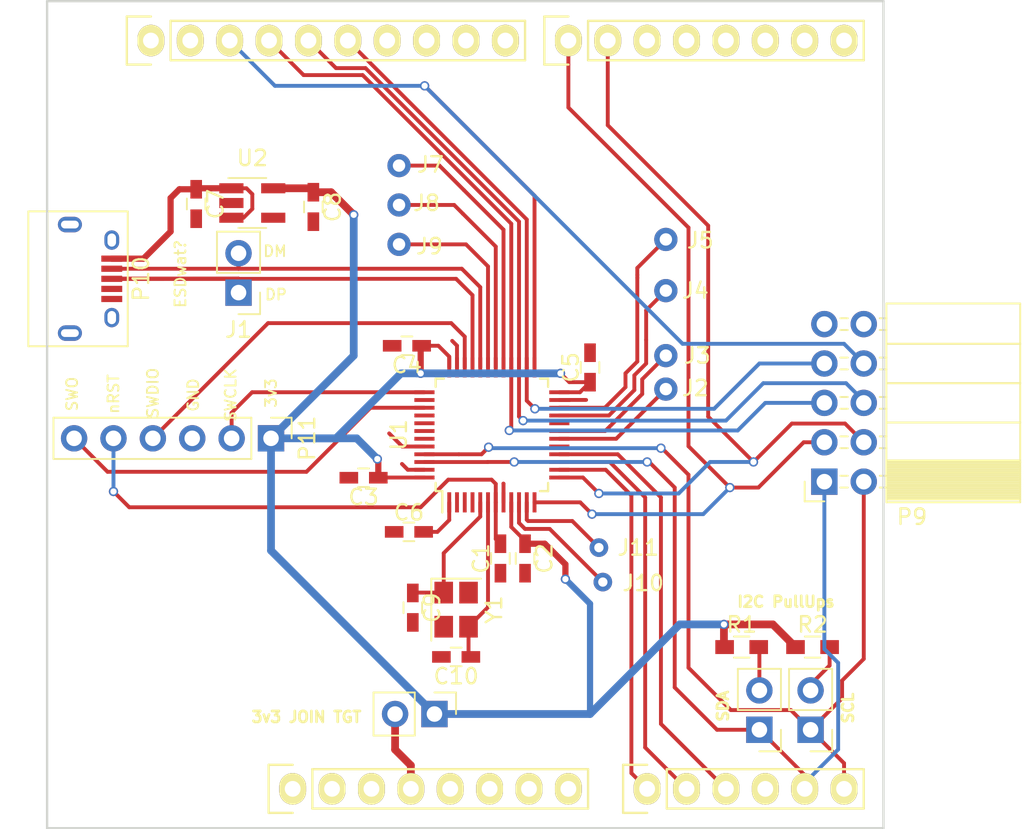
<source format=kicad_pcb>
(kicad_pcb (version 4) (host pcbnew 4.0.6)

  (general
    (links 87)
    (no_connects 24)
    (area 119.9355 72.949999 186.303001 126.440001)
    (thickness 1.6)
    (drawings 17)
    (tracks 288)
    (zones 0)
    (modules 35)
    (nets 37)
  )

  (page A4)
  (title_block
    (title "libopencm3-test hardware")
    (date 2017-10-31)
    (rev 1)
  )

  (layers
    (0 F.Cu signal)
    (31 B.Cu signal)
    (32 B.Adhes user)
    (33 F.Adhes user)
    (34 B.Paste user)
    (35 F.Paste user)
    (36 B.SilkS user)
    (37 F.SilkS user)
    (38 B.Mask user)
    (39 F.Mask user)
    (40 Dwgs.User user)
    (41 Cmts.User user)
    (42 Eco1.User user)
    (43 Eco2.User user)
    (44 Edge.Cuts user)
    (45 Margin user)
    (46 B.CrtYd user)
    (47 F.CrtYd user)
    (48 B.Fab user)
    (49 F.Fab user)
  )

  (setup
    (last_trace_width 0.25)
    (user_trace_width 0.152)
    (user_trace_width 0.25)
    (user_trace_width 0.4)
    (user_trace_width 0.5)
    (user_trace_width 0.75)
    (trace_clearance 0.2)
    (zone_clearance 0.25)
    (zone_45_only yes)
    (trace_min 0.152)
    (segment_width 0.15)
    (edge_width 0.15)
    (via_size 0.6)
    (via_drill 0.4)
    (via_min_size 0.4)
    (via_min_drill 0.3)
    (uvia_size 0.3)
    (uvia_drill 0.1)
    (uvias_allowed no)
    (uvia_min_size 0.2)
    (uvia_min_drill 0.1)
    (pcb_text_width 0.3)
    (pcb_text_size 1.5 1.5)
    (mod_edge_width 0.15)
    (mod_text_size 1 1)
    (mod_text_width 0.15)
    (pad_size 1.2 1.2)
    (pad_drill 0.6)
    (pad_to_mask_clearance 0)
    (aux_axis_origin 123.1265 126.365)
    (grid_origin 110.998 126.365)
    (visible_elements FFFEFFFF)
    (pcbplotparams
      (layerselection 0x00020_00000000)
      (usegerberextensions false)
      (excludeedgelayer true)
      (linewidth 0.100000)
      (plotframeref false)
      (viasonmask false)
      (mode 1)
      (useauxorigin false)
      (hpglpennumber 1)
      (hpglpenspeed 20)
      (hpglpendiameter 15)
      (hpglpenoverlay 2)
      (psnegative false)
      (psa4output false)
      (plotreference true)
      (plotvalue true)
      (plotinvisibletext false)
      (padsonsilk false)
      (subtractmaskfromsilk false)
      (outputformat 1)
      (mirror false)
      (drillshape 0)
      (scaleselection 1)
      (outputdirectory ""))
  )

  (net 0 "")
  (net 1 +5V)
  (net 2 GND)
  (net 3 +3V3)
  (net 4 /NRST)
  (net 5 /ADC_IN1)
  (net 6 /I2C_SDA)
  (net 7 /I2C_SCL)
  (net 8 /SPI_CS)
  (net 9 /SPI_MOSI)
  (net 10 /SPI_MISO)
  (net 11 /SPI_SCK)
  (net 12 /USB_DM)
  (net 13 /USB_DP)
  (net 14 "Net-(P10-Pad6)")
  (net 15 /SWCLK)
  (net 16 /SWDIO)
  (net 17 /SWO)
  (net 18 /DAC1_OUT)
  (net 19 /DAC2_OUT)
  (net 20 /UART_TX_OUT)
  (net 21 /UART_RX_OUT)
  (net 22 "Net-(JP1-Pad2)")
  (net 23 "Net-(JP2-Pad2)")
  (net 24 /VLCD)
  (net 25 "Net-(C9-Pad1)")
  (net 26 "Net-(C10-Pad1)")
  (net 27 "Net-(JP3-Pad2)")
  (net 28 "Net-(J2-Pad1)")
  (net 29 "Net-(J4-Pad1)")
  (net 30 "Net-(J5-Pad1)")
  (net 31 "Net-(J7-Pad1)")
  (net 32 "Net-(J8-Pad1)")
  (net 33 "Net-(J9-Pad1)")
  (net 34 "Net-(J3-Pad1)")
  (net 35 "Net-(J10-Pad1)")
  (net 36 "Net-(J11-Pad1)")

  (net_class Default "This is the default net class."
    (clearance 0.2)
    (trace_width 0.25)
    (via_dia 0.6)
    (via_drill 0.4)
    (uvia_dia 0.3)
    (uvia_drill 0.1)
    (add_net /ADC_IN1)
    (add_net /DAC1_OUT)
    (add_net /DAC2_OUT)
    (add_net /I2C_SCL)
    (add_net /I2C_SDA)
    (add_net /NRST)
    (add_net /SPI_CS)
    (add_net /SPI_MISO)
    (add_net /SPI_MOSI)
    (add_net /SPI_SCK)
    (add_net /SWCLK)
    (add_net /SWDIO)
    (add_net /SWO)
    (add_net /UART_RX_OUT)
    (add_net /UART_TX_OUT)
    (add_net /USB_DM)
    (add_net /USB_DP)
    (add_net /VLCD)
    (add_net GND)
    (add_net "Net-(C10-Pad1)")
    (add_net "Net-(C9-Pad1)")
    (add_net "Net-(J10-Pad1)")
    (add_net "Net-(J11-Pad1)")
    (add_net "Net-(J2-Pad1)")
    (add_net "Net-(J3-Pad1)")
    (add_net "Net-(J4-Pad1)")
    (add_net "Net-(J5-Pad1)")
    (add_net "Net-(J7-Pad1)")
    (add_net "Net-(J8-Pad1)")
    (add_net "Net-(J9-Pad1)")
    (add_net "Net-(JP1-Pad2)")
    (add_net "Net-(JP2-Pad2)")
    (add_net "Net-(JP3-Pad2)")
    (add_net "Net-(P10-Pad6)")
  )

  (net_class power ""
    (clearance 0.2)
    (trace_width 0.4)
    (via_dia 0.6)
    (via_drill 0.4)
    (uvia_dia 0.3)
    (uvia_drill 0.1)
    (add_net +3V3)
    (add_net +5V)
  )

  (module Socket_Arduino_Uno:Socket_Strip_Arduino_1x08 locked (layer F.Cu) (tedit 5A456C75) (tstamp 551AF9EA)
    (at 138.938 123.825)
    (descr "Through hole socket strip")
    (tags "socket strip")
    (path /56D70129)
    (fp_text reference P1 (at 8.89 -2.54) (layer F.SilkS) hide
      (effects (font (size 1 1) (thickness 0.15)))
    )
    (fp_text value Power (at 8.89 -4.064) (layer F.Fab)
      (effects (font (size 1 1) (thickness 0.15)))
    )
    (fp_line (start -1.75 -1.75) (end -1.75 1.75) (layer F.CrtYd) (width 0.05))
    (fp_line (start 19.55 -1.75) (end 19.55 1.75) (layer F.CrtYd) (width 0.05))
    (fp_line (start -1.75 -1.75) (end 19.55 -1.75) (layer F.CrtYd) (width 0.05))
    (fp_line (start -1.75 1.75) (end 19.55 1.75) (layer F.CrtYd) (width 0.05))
    (fp_line (start 1.27 1.27) (end 19.05 1.27) (layer F.SilkS) (width 0.15))
    (fp_line (start 19.05 1.27) (end 19.05 -1.27) (layer F.SilkS) (width 0.15))
    (fp_line (start 19.05 -1.27) (end 1.27 -1.27) (layer F.SilkS) (width 0.15))
    (fp_line (start -1.55 1.55) (end 0 1.55) (layer F.SilkS) (width 0.15))
    (fp_line (start 1.27 1.27) (end 1.27 -1.27) (layer F.SilkS) (width 0.15))
    (fp_line (start 0 -1.55) (end -1.55 -1.55) (layer F.SilkS) (width 0.15))
    (fp_line (start -1.55 -1.55) (end -1.55 1.55) (layer F.SilkS) (width 0.15))
    (pad 1 thru_hole oval (at 0 0) (size 1.7272 2.032) (drill 1.016) (layers *.Cu *.Mask F.SilkS))
    (pad 2 thru_hole oval (at 2.54 0) (size 1.7272 2.032) (drill 1.016) (layers *.Cu *.Mask F.SilkS))
    (pad 3 thru_hole oval (at 5.08 0) (size 1.7272 2.032) (drill 1.016) (layers *.Cu *.Mask F.SilkS))
    (pad 4 thru_hole oval (at 7.62 0) (size 1.7272 2.032) (drill 1.016) (layers *.Cu *.Mask F.SilkS)
      (net 27 "Net-(JP3-Pad2)"))
    (pad 5 thru_hole oval (at 10.16 0) (size 1.7272 2.032) (drill 1.016) (layers *.Cu *.Mask F.SilkS))
    (pad 6 thru_hole oval (at 12.7 0) (size 1.7272 2.032) (drill 1.016) (layers *.Cu *.Mask F.SilkS)
      (net 2 GND))
    (pad 7 thru_hole oval (at 15.24 0) (size 1.7272 2.032) (drill 1.016) (layers *.Cu *.Mask F.SilkS)
      (net 2 GND))
    (pad 8 thru_hole oval (at 17.78 0) (size 1.7272 2.032) (drill 1.016) (layers *.Cu *.Mask F.SilkS))
    (model ${KIPRJMOD}/Socket_Arduino_Uno.3dshapes/Socket_header_Arduino_1x08.wrl
      (at (xyz 0.35 0 0))
      (scale (xyz 1 1 1))
      (rotate (xyz 0 0 180))
    )
  )

  (module Socket_Arduino_Uno:Socket_Strip_Arduino_1x06 locked (layer F.Cu) (tedit 5A456C7B) (tstamp 551AF9FF)
    (at 161.798 123.825)
    (descr "Through hole socket strip")
    (tags "socket strip")
    (path /56D70DD8)
    (fp_text reference P2 (at 6.604 -2.54) (layer F.SilkS) hide
      (effects (font (size 1 1) (thickness 0.15)))
    )
    (fp_text value Analog (at 6.604 -4.064) (layer F.Fab)
      (effects (font (size 1 1) (thickness 0.15)))
    )
    (fp_line (start -1.75 -1.75) (end -1.75 1.75) (layer F.CrtYd) (width 0.05))
    (fp_line (start 14.45 -1.75) (end 14.45 1.75) (layer F.CrtYd) (width 0.05))
    (fp_line (start -1.75 -1.75) (end 14.45 -1.75) (layer F.CrtYd) (width 0.05))
    (fp_line (start -1.75 1.75) (end 14.45 1.75) (layer F.CrtYd) (width 0.05))
    (fp_line (start 1.27 1.27) (end 13.97 1.27) (layer F.SilkS) (width 0.15))
    (fp_line (start 13.97 1.27) (end 13.97 -1.27) (layer F.SilkS) (width 0.15))
    (fp_line (start 13.97 -1.27) (end 1.27 -1.27) (layer F.SilkS) (width 0.15))
    (fp_line (start -1.55 1.55) (end 0 1.55) (layer F.SilkS) (width 0.15))
    (fp_line (start 1.27 1.27) (end 1.27 -1.27) (layer F.SilkS) (width 0.15))
    (fp_line (start 0 -1.55) (end -1.55 -1.55) (layer F.SilkS) (width 0.15))
    (fp_line (start -1.55 -1.55) (end -1.55 1.55) (layer F.SilkS) (width 0.15))
    (pad 1 thru_hole oval (at 0 0) (size 1.7272 2.032) (drill 1.016) (layers *.Cu *.Mask F.SilkS)
      (net 18 /DAC1_OUT))
    (pad 2 thru_hole oval (at 2.54 0) (size 1.7272 2.032) (drill 1.016) (layers *.Cu *.Mask F.SilkS)
      (net 19 /DAC2_OUT))
    (pad 3 thru_hole oval (at 5.08 0) (size 1.7272 2.032) (drill 1.016) (layers *.Cu *.Mask F.SilkS)
      (net 5 /ADC_IN1))
    (pad 4 thru_hole oval (at 7.62 0) (size 1.7272 2.032) (drill 1.016) (layers *.Cu *.Mask F.SilkS))
    (pad 5 thru_hole oval (at 10.16 0) (size 1.7272 2.032) (drill 1.016) (layers *.Cu *.Mask F.SilkS)
      (net 6 /I2C_SDA))
    (pad 6 thru_hole oval (at 12.7 0) (size 1.7272 2.032) (drill 1.016) (layers *.Cu *.Mask F.SilkS)
      (net 7 /I2C_SCL))
    (model ${KIPRJMOD}/Socket_Arduino_Uno.3dshapes/Socket_header_Arduino_1x06.wrl
      (at (xyz 0.25 0 0))
      (scale (xyz 1 1 1))
      (rotate (xyz 0 0 180))
    )
  )

  (module Socket_Arduino_Uno:Socket_Strip_Arduino_1x10 locked (layer F.Cu) (tedit 5A456C6E) (tstamp 551AFA18)
    (at 129.794 75.565)
    (descr "Through hole socket strip")
    (tags "socket strip")
    (path /56D721E0)
    (fp_text reference P3 (at 11.43 2.794) (layer F.SilkS) hide
      (effects (font (size 1 1) (thickness 0.15)))
    )
    (fp_text value Digital (at 11.43 4.318) (layer F.Fab)
      (effects (font (size 1 1) (thickness 0.15)))
    )
    (fp_line (start -1.75 -1.75) (end -1.75 1.75) (layer F.CrtYd) (width 0.05))
    (fp_line (start 24.65 -1.75) (end 24.65 1.75) (layer F.CrtYd) (width 0.05))
    (fp_line (start -1.75 -1.75) (end 24.65 -1.75) (layer F.CrtYd) (width 0.05))
    (fp_line (start -1.75 1.75) (end 24.65 1.75) (layer F.CrtYd) (width 0.05))
    (fp_line (start 1.27 1.27) (end 24.13 1.27) (layer F.SilkS) (width 0.15))
    (fp_line (start 24.13 1.27) (end 24.13 -1.27) (layer F.SilkS) (width 0.15))
    (fp_line (start 24.13 -1.27) (end 1.27 -1.27) (layer F.SilkS) (width 0.15))
    (fp_line (start -1.55 1.55) (end 0 1.55) (layer F.SilkS) (width 0.15))
    (fp_line (start 1.27 1.27) (end 1.27 -1.27) (layer F.SilkS) (width 0.15))
    (fp_line (start 0 -1.55) (end -1.55 -1.55) (layer F.SilkS) (width 0.15))
    (fp_line (start -1.55 -1.55) (end -1.55 1.55) (layer F.SilkS) (width 0.15))
    (pad 1 thru_hole oval (at 0 0) (size 1.7272 2.032) (drill 1.016) (layers *.Cu *.Mask F.SilkS))
    (pad 2 thru_hole oval (at 2.54 0) (size 1.7272 2.032) (drill 1.016) (layers *.Cu *.Mask F.SilkS))
    (pad 3 thru_hole oval (at 5.08 0) (size 1.7272 2.032) (drill 1.016) (layers *.Cu *.Mask F.SilkS)
      (net 8 /SPI_CS))
    (pad 4 thru_hole oval (at 7.62 0) (size 1.7272 2.032) (drill 1.016) (layers *.Cu *.Mask F.SilkS)
      (net 9 /SPI_MOSI))
    (pad 5 thru_hole oval (at 10.16 0) (size 1.7272 2.032) (drill 1.016) (layers *.Cu *.Mask F.SilkS)
      (net 10 /SPI_MISO))
    (pad 6 thru_hole oval (at 12.7 0) (size 1.7272 2.032) (drill 1.016) (layers *.Cu *.Mask F.SilkS)
      (net 11 /SPI_SCK))
    (pad 7 thru_hole oval (at 15.24 0) (size 1.7272 2.032) (drill 1.016) (layers *.Cu *.Mask F.SilkS)
      (net 2 GND))
    (pad 8 thru_hole oval (at 17.78 0) (size 1.7272 2.032) (drill 1.016) (layers *.Cu *.Mask F.SilkS))
    (pad 9 thru_hole oval (at 20.32 0) (size 1.7272 2.032) (drill 1.016) (layers *.Cu *.Mask F.SilkS))
    (pad 10 thru_hole oval (at 22.86 0) (size 1.7272 2.032) (drill 1.016) (layers *.Cu *.Mask F.SilkS))
    (model ${KIPRJMOD}/Socket_Arduino_Uno.3dshapes/Socket_header_Arduino_1x10.wrl
      (at (xyz 0.45 0 0))
      (scale (xyz 1 1 1))
      (rotate (xyz 0 0 180))
    )
  )

  (module Socket_Arduino_Uno:Socket_Strip_Arduino_1x08 locked (layer F.Cu) (tedit 5A456C59) (tstamp 551AFA2F)
    (at 156.718 75.565)
    (descr "Through hole socket strip")
    (tags "socket strip")
    (path /56D7164F)
    (fp_text reference P4 (at 8.89 2.794) (layer F.SilkS) hide
      (effects (font (size 1 1) (thickness 0.15)))
    )
    (fp_text value Digital (at 8.89 4.318) (layer F.Fab)
      (effects (font (size 1 1) (thickness 0.15)))
    )
    (fp_line (start -1.75 -1.75) (end -1.75 1.75) (layer F.CrtYd) (width 0.05))
    (fp_line (start 19.55 -1.75) (end 19.55 1.75) (layer F.CrtYd) (width 0.05))
    (fp_line (start -1.75 -1.75) (end 19.55 -1.75) (layer F.CrtYd) (width 0.05))
    (fp_line (start -1.75 1.75) (end 19.55 1.75) (layer F.CrtYd) (width 0.05))
    (fp_line (start 1.27 1.27) (end 19.05 1.27) (layer F.SilkS) (width 0.15))
    (fp_line (start 19.05 1.27) (end 19.05 -1.27) (layer F.SilkS) (width 0.15))
    (fp_line (start 19.05 -1.27) (end 1.27 -1.27) (layer F.SilkS) (width 0.15))
    (fp_line (start -1.55 1.55) (end 0 1.55) (layer F.SilkS) (width 0.15))
    (fp_line (start 1.27 1.27) (end 1.27 -1.27) (layer F.SilkS) (width 0.15))
    (fp_line (start 0 -1.55) (end -1.55 -1.55) (layer F.SilkS) (width 0.15))
    (fp_line (start -1.55 -1.55) (end -1.55 1.55) (layer F.SilkS) (width 0.15))
    (pad 1 thru_hole oval (at 0 0) (size 1.7272 2.032) (drill 1.016) (layers *.Cu *.Mask F.SilkS)
      (net 20 /UART_TX_OUT))
    (pad 2 thru_hole oval (at 2.54 0) (size 1.7272 2.032) (drill 1.016) (layers *.Cu *.Mask F.SilkS)
      (net 21 /UART_RX_OUT))
    (pad 3 thru_hole oval (at 5.08 0) (size 1.7272 2.032) (drill 1.016) (layers *.Cu *.Mask F.SilkS))
    (pad 4 thru_hole oval (at 7.62 0) (size 1.7272 2.032) (drill 1.016) (layers *.Cu *.Mask F.SilkS))
    (pad 5 thru_hole oval (at 10.16 0) (size 1.7272 2.032) (drill 1.016) (layers *.Cu *.Mask F.SilkS))
    (pad 6 thru_hole oval (at 12.7 0) (size 1.7272 2.032) (drill 1.016) (layers *.Cu *.Mask F.SilkS))
    (pad 7 thru_hole oval (at 15.24 0) (size 1.7272 2.032) (drill 1.016) (layers *.Cu *.Mask F.SilkS))
    (pad 8 thru_hole oval (at 17.78 0) (size 1.7272 2.032) (drill 1.016) (layers *.Cu *.Mask F.SilkS))
    (model ${KIPRJMOD}/Socket_Arduino_Uno.3dshapes/Socket_header_Arduino_1x08.wrl
      (at (xyz 0.35 0 0))
      (scale (xyz 1 1 1))
      (rotate (xyz 0 0 180))
    )
  )

  (module Capacitors_SMD:C_0603_HandSoldering (layer F.Cu) (tedit 58AA848B) (tstamp 59F7BF21)
    (at 152.3365 108.966 90)
    (descr "Capacitor SMD 0603, hand soldering")
    (tags "capacitor 0603")
    (path /58CF4B65)
    (attr smd)
    (fp_text reference C1 (at 0 -1.25 90) (layer F.SilkS)
      (effects (font (size 1 1) (thickness 0.15)))
    )
    (fp_text value 100n (at 0 1.5 90) (layer F.Fab)
      (effects (font (size 1 1) (thickness 0.15)))
    )
    (fp_text user %R (at 0 -1.25 90) (layer F.Fab)
      (effects (font (size 1 1) (thickness 0.15)))
    )
    (fp_line (start -0.8 0.4) (end -0.8 -0.4) (layer F.Fab) (width 0.1))
    (fp_line (start 0.8 0.4) (end -0.8 0.4) (layer F.Fab) (width 0.1))
    (fp_line (start 0.8 -0.4) (end 0.8 0.4) (layer F.Fab) (width 0.1))
    (fp_line (start -0.8 -0.4) (end 0.8 -0.4) (layer F.Fab) (width 0.1))
    (fp_line (start -0.35 -0.6) (end 0.35 -0.6) (layer F.SilkS) (width 0.12))
    (fp_line (start 0.35 0.6) (end -0.35 0.6) (layer F.SilkS) (width 0.12))
    (fp_line (start -1.8 -0.65) (end 1.8 -0.65) (layer F.CrtYd) (width 0.05))
    (fp_line (start -1.8 -0.65) (end -1.8 0.65) (layer F.CrtYd) (width 0.05))
    (fp_line (start 1.8 0.65) (end 1.8 -0.65) (layer F.CrtYd) (width 0.05))
    (fp_line (start 1.8 0.65) (end -1.8 0.65) (layer F.CrtYd) (width 0.05))
    (pad 1 smd rect (at -0.95 0 90) (size 1.2 0.75) (layers F.Cu F.Paste F.Mask)
      (net 2 GND))
    (pad 2 smd rect (at 0.95 0 90) (size 1.2 0.75) (layers F.Cu F.Paste F.Mask)
      (net 4 /NRST))
    (model Capacitors_SMD.3dshapes/C_0603.wrl
      (at (xyz 0 0 0))
      (scale (xyz 1 1 1))
      (rotate (xyz 0 0 0))
    )
  )

  (module Capacitors_SMD:C_0603_HandSoldering (layer F.Cu) (tedit 58AA848B) (tstamp 59F7BF27)
    (at 153.924 108.966 270)
    (descr "Capacitor SMD 0603, hand soldering")
    (tags "capacitor 0603")
    (path /58CF43FF)
    (attr smd)
    (fp_text reference C2 (at 0 -1.25 270) (layer F.SilkS)
      (effects (font (size 1 1) (thickness 0.15)))
    )
    (fp_text value 100n (at 0 1.5 270) (layer F.Fab)
      (effects (font (size 1 1) (thickness 0.15)))
    )
    (fp_text user %R (at 0 -1.25 270) (layer F.Fab)
      (effects (font (size 1 1) (thickness 0.15)))
    )
    (fp_line (start -0.8 0.4) (end -0.8 -0.4) (layer F.Fab) (width 0.1))
    (fp_line (start 0.8 0.4) (end -0.8 0.4) (layer F.Fab) (width 0.1))
    (fp_line (start 0.8 -0.4) (end 0.8 0.4) (layer F.Fab) (width 0.1))
    (fp_line (start -0.8 -0.4) (end 0.8 -0.4) (layer F.Fab) (width 0.1))
    (fp_line (start -0.35 -0.6) (end 0.35 -0.6) (layer F.SilkS) (width 0.12))
    (fp_line (start 0.35 0.6) (end -0.35 0.6) (layer F.SilkS) (width 0.12))
    (fp_line (start -1.8 -0.65) (end 1.8 -0.65) (layer F.CrtYd) (width 0.05))
    (fp_line (start -1.8 -0.65) (end -1.8 0.65) (layer F.CrtYd) (width 0.05))
    (fp_line (start 1.8 0.65) (end 1.8 -0.65) (layer F.CrtYd) (width 0.05))
    (fp_line (start 1.8 0.65) (end -1.8 0.65) (layer F.CrtYd) (width 0.05))
    (pad 1 smd rect (at -0.95 0 270) (size 1.2 0.75) (layers F.Cu F.Paste F.Mask)
      (net 3 +3V3))
    (pad 2 smd rect (at 0.95 0 270) (size 1.2 0.75) (layers F.Cu F.Paste F.Mask)
      (net 2 GND))
    (model Capacitors_SMD.3dshapes/C_0603.wrl
      (at (xyz 0 0 0))
      (scale (xyz 1 1 1))
      (rotate (xyz 0 0 0))
    )
  )

  (module Capacitors_SMD:C_0603_HandSoldering (layer F.Cu) (tedit 58AA848B) (tstamp 59F7BF2D)
    (at 143.51 103.759 180)
    (descr "Capacitor SMD 0603, hand soldering")
    (tags "capacitor 0603")
    (path /58CF69A9)
    (attr smd)
    (fp_text reference C3 (at 0 -1.25 180) (layer F.SilkS)
      (effects (font (size 1 1) (thickness 0.15)))
    )
    (fp_text value 100n (at 0 1.5 180) (layer F.Fab)
      (effects (font (size 1 1) (thickness 0.15)))
    )
    (fp_text user %R (at 0 -1.25 180) (layer F.Fab)
      (effects (font (size 1 1) (thickness 0.15)))
    )
    (fp_line (start -0.8 0.4) (end -0.8 -0.4) (layer F.Fab) (width 0.1))
    (fp_line (start 0.8 0.4) (end -0.8 0.4) (layer F.Fab) (width 0.1))
    (fp_line (start 0.8 -0.4) (end 0.8 0.4) (layer F.Fab) (width 0.1))
    (fp_line (start -0.8 -0.4) (end 0.8 -0.4) (layer F.Fab) (width 0.1))
    (fp_line (start -0.35 -0.6) (end 0.35 -0.6) (layer F.SilkS) (width 0.12))
    (fp_line (start 0.35 0.6) (end -0.35 0.6) (layer F.SilkS) (width 0.12))
    (fp_line (start -1.8 -0.65) (end 1.8 -0.65) (layer F.CrtYd) (width 0.05))
    (fp_line (start -1.8 -0.65) (end -1.8 0.65) (layer F.CrtYd) (width 0.05))
    (fp_line (start 1.8 0.65) (end 1.8 -0.65) (layer F.CrtYd) (width 0.05))
    (fp_line (start 1.8 0.65) (end -1.8 0.65) (layer F.CrtYd) (width 0.05))
    (pad 1 smd rect (at -0.95 0 180) (size 1.2 0.75) (layers F.Cu F.Paste F.Mask)
      (net 3 +3V3))
    (pad 2 smd rect (at 0.95 0 180) (size 1.2 0.75) (layers F.Cu F.Paste F.Mask)
      (net 2 GND))
    (model Capacitors_SMD.3dshapes/C_0603.wrl
      (at (xyz 0 0 0))
      (scale (xyz 1 1 1))
      (rotate (xyz 0 0 0))
    )
  )

  (module Capacitors_SMD:C_0603_HandSoldering (layer F.Cu) (tedit 58AA848B) (tstamp 59F7BF33)
    (at 146.304 95.25 180)
    (descr "Capacitor SMD 0603, hand soldering")
    (tags "capacitor 0603")
    (path /58CF69F1)
    (attr smd)
    (fp_text reference C4 (at 0 -1.25 180) (layer F.SilkS)
      (effects (font (size 1 1) (thickness 0.15)))
    )
    (fp_text value 100n (at 0 1.5 180) (layer F.Fab)
      (effects (font (size 1 1) (thickness 0.15)))
    )
    (fp_text user %R (at 0 -1.25 180) (layer F.Fab)
      (effects (font (size 1 1) (thickness 0.15)))
    )
    (fp_line (start -0.8 0.4) (end -0.8 -0.4) (layer F.Fab) (width 0.1))
    (fp_line (start 0.8 0.4) (end -0.8 0.4) (layer F.Fab) (width 0.1))
    (fp_line (start 0.8 -0.4) (end 0.8 0.4) (layer F.Fab) (width 0.1))
    (fp_line (start -0.8 -0.4) (end 0.8 -0.4) (layer F.Fab) (width 0.1))
    (fp_line (start -0.35 -0.6) (end 0.35 -0.6) (layer F.SilkS) (width 0.12))
    (fp_line (start 0.35 0.6) (end -0.35 0.6) (layer F.SilkS) (width 0.12))
    (fp_line (start -1.8 -0.65) (end 1.8 -0.65) (layer F.CrtYd) (width 0.05))
    (fp_line (start -1.8 -0.65) (end -1.8 0.65) (layer F.CrtYd) (width 0.05))
    (fp_line (start 1.8 0.65) (end 1.8 -0.65) (layer F.CrtYd) (width 0.05))
    (fp_line (start 1.8 0.65) (end -1.8 0.65) (layer F.CrtYd) (width 0.05))
    (pad 1 smd rect (at -0.95 0 180) (size 1.2 0.75) (layers F.Cu F.Paste F.Mask)
      (net 3 +3V3))
    (pad 2 smd rect (at 0.95 0 180) (size 1.2 0.75) (layers F.Cu F.Paste F.Mask)
      (net 2 GND))
    (model Capacitors_SMD.3dshapes/C_0603.wrl
      (at (xyz 0 0 0))
      (scale (xyz 1 1 1))
      (rotate (xyz 0 0 0))
    )
  )

  (module Capacitors_SMD:C_0603_HandSoldering (layer F.Cu) (tedit 58AA848B) (tstamp 59F7BF39)
    (at 158.115 96.647 90)
    (descr "Capacitor SMD 0603, hand soldering")
    (tags "capacitor 0603")
    (path /58CF6A3A)
    (attr smd)
    (fp_text reference C5 (at 0 -1.25 90) (layer F.SilkS)
      (effects (font (size 1 1) (thickness 0.15)))
    )
    (fp_text value 100n (at 0 1.5 90) (layer F.Fab)
      (effects (font (size 1 1) (thickness 0.15)))
    )
    (fp_text user %R (at 0 -1.25 90) (layer F.Fab)
      (effects (font (size 1 1) (thickness 0.15)))
    )
    (fp_line (start -0.8 0.4) (end -0.8 -0.4) (layer F.Fab) (width 0.1))
    (fp_line (start 0.8 0.4) (end -0.8 0.4) (layer F.Fab) (width 0.1))
    (fp_line (start 0.8 -0.4) (end 0.8 0.4) (layer F.Fab) (width 0.1))
    (fp_line (start -0.8 -0.4) (end 0.8 -0.4) (layer F.Fab) (width 0.1))
    (fp_line (start -0.35 -0.6) (end 0.35 -0.6) (layer F.SilkS) (width 0.12))
    (fp_line (start 0.35 0.6) (end -0.35 0.6) (layer F.SilkS) (width 0.12))
    (fp_line (start -1.8 -0.65) (end 1.8 -0.65) (layer F.CrtYd) (width 0.05))
    (fp_line (start -1.8 -0.65) (end -1.8 0.65) (layer F.CrtYd) (width 0.05))
    (fp_line (start 1.8 0.65) (end 1.8 -0.65) (layer F.CrtYd) (width 0.05))
    (fp_line (start 1.8 0.65) (end -1.8 0.65) (layer F.CrtYd) (width 0.05))
    (pad 1 smd rect (at -0.95 0 90) (size 1.2 0.75) (layers F.Cu F.Paste F.Mask)
      (net 3 +3V3))
    (pad 2 smd rect (at 0.95 0 90) (size 1.2 0.75) (layers F.Cu F.Paste F.Mask)
      (net 2 GND))
    (model Capacitors_SMD.3dshapes/C_0603.wrl
      (at (xyz 0 0 0))
      (scale (xyz 1 1 1))
      (rotate (xyz 0 0 0))
    )
  )

  (module Connectors:USB_Micro-B (layer F.Cu) (tedit 5543E447) (tstamp 59F7BF54)
    (at 125.9205 90.932 270)
    (descr "Micro USB Type B Receptacle")
    (tags "USB USB_B USB_micro USB_OTG")
    (path /58CF10AD)
    (attr smd)
    (fp_text reference P10 (at 0 -3.24 270) (layer F.SilkS)
      (effects (font (size 1 1) (thickness 0.15)))
    )
    (fp_text value CONTROL (at 0 5.01 270) (layer F.Fab)
      (effects (font (size 1 1) (thickness 0.15)))
    )
    (fp_line (start -4.6 -2.59) (end 4.6 -2.59) (layer F.CrtYd) (width 0.05))
    (fp_line (start 4.6 -2.59) (end 4.6 4.26) (layer F.CrtYd) (width 0.05))
    (fp_line (start 4.6 4.26) (end -4.6 4.26) (layer F.CrtYd) (width 0.05))
    (fp_line (start -4.6 4.26) (end -4.6 -2.59) (layer F.CrtYd) (width 0.05))
    (fp_line (start -4.35 4.03) (end 4.35 4.03) (layer F.SilkS) (width 0.12))
    (fp_line (start -4.35 -2.38) (end 4.35 -2.38) (layer F.SilkS) (width 0.12))
    (fp_line (start 4.35 -2.38) (end 4.35 4.03) (layer F.SilkS) (width 0.12))
    (fp_line (start 4.35 2.8) (end -4.35 2.8) (layer F.SilkS) (width 0.12))
    (fp_line (start -4.35 4.03) (end -4.35 -2.38) (layer F.SilkS) (width 0.12))
    (pad 1 smd rect (at -1.3 -1.35) (size 1.35 0.4) (layers F.Cu F.Paste F.Mask)
      (net 1 +5V))
    (pad 2 smd rect (at -0.65 -1.35) (size 1.35 0.4) (layers F.Cu F.Paste F.Mask)
      (net 12 /USB_DM))
    (pad 3 smd rect (at 0 -1.35) (size 1.35 0.4) (layers F.Cu F.Paste F.Mask)
      (net 13 /USB_DP))
    (pad 4 smd rect (at 0.65 -1.35) (size 1.35 0.4) (layers F.Cu F.Paste F.Mask))
    (pad 5 smd rect (at 1.3 -1.35) (size 1.35 0.4) (layers F.Cu F.Paste F.Mask)
      (net 2 GND))
    (pad 6 thru_hole oval (at -2.5 -1.35) (size 0.95 1.25) (drill oval 0.55 0.85) (layers *.Cu *.Mask)
      (net 14 "Net-(P10-Pad6)"))
    (pad 6 thru_hole oval (at 2.5 -1.35) (size 0.95 1.25) (drill oval 0.55 0.85) (layers *.Cu *.Mask)
      (net 14 "Net-(P10-Pad6)"))
    (pad 6 thru_hole oval (at -3.5 1.35) (size 1.55 1) (drill oval 1.15 0.5) (layers *.Cu *.Mask)
      (net 14 "Net-(P10-Pad6)"))
    (pad 6 thru_hole oval (at 3.5 1.35) (size 1.55 1) (drill oval 1.15 0.5) (layers *.Cu *.Mask)
      (net 14 "Net-(P10-Pad6)"))
  )

  (module Housings_QFP:TQFP-48_7x7mm_Pitch0.5mm (layer F.Cu) (tedit 54130A77) (tstamp 59F7C113)
    (at 151.785 100.997 90)
    (descr "48 LEAD TQFP 7x7mm (see MICREL TQFP7x7-48LD-PL-1.pdf)")
    (tags "QFP 0.5")
    (path /58CEFE92)
    (attr smd)
    (fp_text reference U1 (at 0 -6 90) (layer F.SilkS)
      (effects (font (size 1 1) (thickness 0.15)))
    )
    (fp_text value STM32L151C6TxA (at 0 6 90) (layer F.Fab)
      (effects (font (size 1 1) (thickness 0.15)))
    )
    (fp_text user %R (at 0 0 90) (layer F.Fab)
      (effects (font (size 1 1) (thickness 0.15)))
    )
    (fp_line (start -2.5 -3.5) (end 3.5 -3.5) (layer F.Fab) (width 0.15))
    (fp_line (start 3.5 -3.5) (end 3.5 3.5) (layer F.Fab) (width 0.15))
    (fp_line (start 3.5 3.5) (end -3.5 3.5) (layer F.Fab) (width 0.15))
    (fp_line (start -3.5 3.5) (end -3.5 -2.5) (layer F.Fab) (width 0.15))
    (fp_line (start -3.5 -2.5) (end -2.5 -3.5) (layer F.Fab) (width 0.15))
    (fp_line (start -5.25 -5.25) (end -5.25 5.25) (layer F.CrtYd) (width 0.05))
    (fp_line (start 5.25 -5.25) (end 5.25 5.25) (layer F.CrtYd) (width 0.05))
    (fp_line (start -5.25 -5.25) (end 5.25 -5.25) (layer F.CrtYd) (width 0.05))
    (fp_line (start -5.25 5.25) (end 5.25 5.25) (layer F.CrtYd) (width 0.05))
    (fp_line (start -3.625 -3.625) (end -3.625 -3.2) (layer F.SilkS) (width 0.15))
    (fp_line (start 3.625 -3.625) (end 3.625 -3.1) (layer F.SilkS) (width 0.15))
    (fp_line (start 3.625 3.625) (end 3.625 3.1) (layer F.SilkS) (width 0.15))
    (fp_line (start -3.625 3.625) (end -3.625 3.1) (layer F.SilkS) (width 0.15))
    (fp_line (start -3.625 -3.625) (end -3.1 -3.625) (layer F.SilkS) (width 0.15))
    (fp_line (start -3.625 3.625) (end -3.1 3.625) (layer F.SilkS) (width 0.15))
    (fp_line (start 3.625 3.625) (end 3.1 3.625) (layer F.SilkS) (width 0.15))
    (fp_line (start 3.625 -3.625) (end 3.1 -3.625) (layer F.SilkS) (width 0.15))
    (fp_line (start -3.625 -3.2) (end -5 -3.2) (layer F.SilkS) (width 0.15))
    (pad 1 smd rect (at -4.35 -2.75 90) (size 1.3 0.25) (layers F.Cu F.Paste F.Mask)
      (net 24 /VLCD))
    (pad 2 smd rect (at -4.35 -2.25 90) (size 1.3 0.25) (layers F.Cu F.Paste F.Mask))
    (pad 3 smd rect (at -4.35 -1.75 90) (size 1.3 0.25) (layers F.Cu F.Paste F.Mask))
    (pad 4 smd rect (at -4.35 -1.25 90) (size 1.3 0.25) (layers F.Cu F.Paste F.Mask))
    (pad 5 smd rect (at -4.35 -0.75 90) (size 1.3 0.25) (layers F.Cu F.Paste F.Mask)
      (net 25 "Net-(C9-Pad1)"))
    (pad 6 smd rect (at -4.35 -0.25 90) (size 1.3 0.25) (layers F.Cu F.Paste F.Mask)
      (net 26 "Net-(C10-Pad1)"))
    (pad 7 smd rect (at -4.35 0.25 90) (size 1.3 0.25) (layers F.Cu F.Paste F.Mask)
      (net 4 /NRST))
    (pad 8 smd rect (at -4.35 0.75 90) (size 1.3 0.25) (layers F.Cu F.Paste F.Mask)
      (net 2 GND))
    (pad 9 smd rect (at -4.35 1.25 90) (size 1.3 0.25) (layers F.Cu F.Paste F.Mask)
      (net 3 +3V3))
    (pad 10 smd rect (at -4.35 1.75 90) (size 1.3 0.25) (layers F.Cu F.Paste F.Mask)
      (net 35 "Net-(J10-Pad1)"))
    (pad 11 smd rect (at -4.35 2.25 90) (size 1.3 0.25) (layers F.Cu F.Paste F.Mask)
      (net 36 "Net-(J11-Pad1)"))
    (pad 12 smd rect (at -4.35 2.75 90) (size 1.3 0.25) (layers F.Cu F.Paste F.Mask)
      (net 20 /UART_TX_OUT))
    (pad 13 smd rect (at -2.75 4.35 180) (size 1.3 0.25) (layers F.Cu F.Paste F.Mask)
      (net 21 /UART_RX_OUT))
    (pad 14 smd rect (at -2.25 4.35 180) (size 1.3 0.25) (layers F.Cu F.Paste F.Mask)
      (net 18 /DAC1_OUT))
    (pad 15 smd rect (at -1.75 4.35 180) (size 1.3 0.25) (layers F.Cu F.Paste F.Mask)
      (net 19 /DAC2_OUT))
    (pad 16 smd rect (at -1.25 4.35 180) (size 1.3 0.25) (layers F.Cu F.Paste F.Mask)
      (net 5 /ADC_IN1))
    (pad 17 smd rect (at -0.75 4.35 180) (size 1.3 0.25) (layers F.Cu F.Paste F.Mask))
    (pad 18 smd rect (at -0.25 4.35 180) (size 1.3 0.25) (layers F.Cu F.Paste F.Mask)
      (net 28 "Net-(J2-Pad1)"))
    (pad 19 smd rect (at 0.25 4.35 180) (size 1.3 0.25) (layers F.Cu F.Paste F.Mask)
      (net 34 "Net-(J3-Pad1)"))
    (pad 20 smd rect (at 0.75 4.35 180) (size 1.3 0.25) (layers F.Cu F.Paste F.Mask))
    (pad 21 smd rect (at 1.25 4.35 180) (size 1.3 0.25) (layers F.Cu F.Paste F.Mask)
      (net 29 "Net-(J4-Pad1)"))
    (pad 22 smd rect (at 1.75 4.35 180) (size 1.3 0.25) (layers F.Cu F.Paste F.Mask)
      (net 30 "Net-(J5-Pad1)"))
    (pad 23 smd rect (at 2.25 4.35 180) (size 1.3 0.25) (layers F.Cu F.Paste F.Mask)
      (net 2 GND))
    (pad 24 smd rect (at 2.75 4.35 180) (size 1.3 0.25) (layers F.Cu F.Paste F.Mask)
      (net 3 +3V3))
    (pad 25 smd rect (at 4.35 2.75 90) (size 1.3 0.25) (layers F.Cu F.Paste F.Mask)
      (net 8 /SPI_CS))
    (pad 26 smd rect (at 4.35 2.25 90) (size 1.3 0.25) (layers F.Cu F.Paste F.Mask)
      (net 11 /SPI_SCK))
    (pad 27 smd rect (at 4.35 1.75 90) (size 1.3 0.25) (layers F.Cu F.Paste F.Mask)
      (net 10 /SPI_MISO))
    (pad 28 smd rect (at 4.35 1.25 90) (size 1.3 0.25) (layers F.Cu F.Paste F.Mask)
      (net 9 /SPI_MOSI))
    (pad 29 smd rect (at 4.35 0.75 90) (size 1.3 0.25) (layers F.Cu F.Paste F.Mask)
      (net 31 "Net-(J7-Pad1)"))
    (pad 30 smd rect (at 4.35 0.25 90) (size 1.3 0.25) (layers F.Cu F.Paste F.Mask)
      (net 32 "Net-(J8-Pad1)"))
    (pad 31 smd rect (at 4.35 -0.25 90) (size 1.3 0.25) (layers F.Cu F.Paste F.Mask)
      (net 33 "Net-(J9-Pad1)"))
    (pad 32 smd rect (at 4.35 -0.75 90) (size 1.3 0.25) (layers F.Cu F.Paste F.Mask)
      (net 12 /USB_DM))
    (pad 33 smd rect (at 4.35 -1.25 90) (size 1.3 0.25) (layers F.Cu F.Paste F.Mask)
      (net 13 /USB_DP))
    (pad 34 smd rect (at 4.35 -1.75 90) (size 1.3 0.25) (layers F.Cu F.Paste F.Mask)
      (net 16 /SWDIO))
    (pad 35 smd rect (at 4.35 -2.25 90) (size 1.3 0.25) (layers F.Cu F.Paste F.Mask)
      (net 2 GND))
    (pad 36 smd rect (at 4.35 -2.75 90) (size 1.3 0.25) (layers F.Cu F.Paste F.Mask)
      (net 3 +3V3))
    (pad 37 smd rect (at 2.75 -4.35 180) (size 1.3 0.25) (layers F.Cu F.Paste F.Mask)
      (net 15 /SWCLK))
    (pad 38 smd rect (at 2.25 -4.35 180) (size 1.3 0.25) (layers F.Cu F.Paste F.Mask))
    (pad 39 smd rect (at 1.75 -4.35 180) (size 1.3 0.25) (layers F.Cu F.Paste F.Mask)
      (net 17 /SWO))
    (pad 40 smd rect (at 1.25 -4.35 180) (size 1.3 0.25) (layers F.Cu F.Paste F.Mask))
    (pad 41 smd rect (at 0.75 -4.35 180) (size 1.3 0.25) (layers F.Cu F.Paste F.Mask))
    (pad 42 smd rect (at 0.25 -4.35 180) (size 1.3 0.25) (layers F.Cu F.Paste F.Mask))
    (pad 43 smd rect (at -0.25 -4.35 180) (size 1.3 0.25) (layers F.Cu F.Paste F.Mask))
    (pad 44 smd rect (at -0.75 -4.35 180) (size 1.3 0.25) (layers F.Cu F.Paste F.Mask)
      (net 2 GND))
    (pad 45 smd rect (at -1.25 -4.35 180) (size 1.3 0.25) (layers F.Cu F.Paste F.Mask)
      (net 7 /I2C_SCL))
    (pad 46 smd rect (at -1.75 -4.35 180) (size 1.3 0.25) (layers F.Cu F.Paste F.Mask)
      (net 6 /I2C_SDA))
    (pad 47 smd rect (at -2.25 -4.35 180) (size 1.3 0.25) (layers F.Cu F.Paste F.Mask)
      (net 2 GND))
    (pad 48 smd rect (at -2.75 -4.35 180) (size 1.3 0.25) (layers F.Cu F.Paste F.Mask)
      (net 3 +3V3))
    (model Housings_QFP.3dshapes/TQFP-48_7x7mm_Pitch0.5mm.wrl
      (at (xyz 0 0 0))
      (scale (xyz 1 1 1))
      (rotate (xyz 0 0 0))
    )
  )

  (module Socket_Strips:Socket_Strip_Angled_2x05_Pitch2.54mm (layer F.Cu) (tedit 588DE958) (tstamp 5A0F5F85)
    (at 173.228 104.013 180)
    (descr "Through hole angled socket strip, 2x05, 2.54mm pitch, 8.51mm socket length, double rows")
    (tags "Through hole angled socket strip THT 2x05 2.54mm double row")
    (path /58CF048F)
    (fp_text reference P9 (at -5.65 -2.27 180) (layer F.SilkS)
      (effects (font (size 1 1) (thickness 0.15)))
    )
    (fp_text value FX2LA (at -5.65 12.43 180) (layer F.Fab)
      (effects (font (size 1 1) (thickness 0.15)))
    )
    (fp_line (start -4.06 -1.27) (end -4.06 1.27) (layer F.Fab) (width 0.1))
    (fp_line (start -4.06 1.27) (end -12.57 1.27) (layer F.Fab) (width 0.1))
    (fp_line (start -12.57 1.27) (end -12.57 -1.27) (layer F.Fab) (width 0.1))
    (fp_line (start -12.57 -1.27) (end -4.06 -1.27) (layer F.Fab) (width 0.1))
    (fp_line (start 0 -0.32) (end 0 0.32) (layer F.Fab) (width 0.1))
    (fp_line (start 0 0.32) (end -4.06 0.32) (layer F.Fab) (width 0.1))
    (fp_line (start -4.06 0.32) (end -4.06 -0.32) (layer F.Fab) (width 0.1))
    (fp_line (start -4.06 -0.32) (end 0 -0.32) (layer F.Fab) (width 0.1))
    (fp_line (start -4.06 1.27) (end -4.06 3.81) (layer F.Fab) (width 0.1))
    (fp_line (start -4.06 3.81) (end -12.57 3.81) (layer F.Fab) (width 0.1))
    (fp_line (start -12.57 3.81) (end -12.57 1.27) (layer F.Fab) (width 0.1))
    (fp_line (start -12.57 1.27) (end -4.06 1.27) (layer F.Fab) (width 0.1))
    (fp_line (start 0 2.22) (end 0 2.86) (layer F.Fab) (width 0.1))
    (fp_line (start 0 2.86) (end -4.06 2.86) (layer F.Fab) (width 0.1))
    (fp_line (start -4.06 2.86) (end -4.06 2.22) (layer F.Fab) (width 0.1))
    (fp_line (start -4.06 2.22) (end 0 2.22) (layer F.Fab) (width 0.1))
    (fp_line (start -4.06 3.81) (end -4.06 6.35) (layer F.Fab) (width 0.1))
    (fp_line (start -4.06 6.35) (end -12.57 6.35) (layer F.Fab) (width 0.1))
    (fp_line (start -12.57 6.35) (end -12.57 3.81) (layer F.Fab) (width 0.1))
    (fp_line (start -12.57 3.81) (end -4.06 3.81) (layer F.Fab) (width 0.1))
    (fp_line (start 0 4.76) (end 0 5.4) (layer F.Fab) (width 0.1))
    (fp_line (start 0 5.4) (end -4.06 5.4) (layer F.Fab) (width 0.1))
    (fp_line (start -4.06 5.4) (end -4.06 4.76) (layer F.Fab) (width 0.1))
    (fp_line (start -4.06 4.76) (end 0 4.76) (layer F.Fab) (width 0.1))
    (fp_line (start -4.06 6.35) (end -4.06 8.89) (layer F.Fab) (width 0.1))
    (fp_line (start -4.06 8.89) (end -12.57 8.89) (layer F.Fab) (width 0.1))
    (fp_line (start -12.57 8.89) (end -12.57 6.35) (layer F.Fab) (width 0.1))
    (fp_line (start -12.57 6.35) (end -4.06 6.35) (layer F.Fab) (width 0.1))
    (fp_line (start 0 7.3) (end 0 7.94) (layer F.Fab) (width 0.1))
    (fp_line (start 0 7.94) (end -4.06 7.94) (layer F.Fab) (width 0.1))
    (fp_line (start -4.06 7.94) (end -4.06 7.3) (layer F.Fab) (width 0.1))
    (fp_line (start -4.06 7.3) (end 0 7.3) (layer F.Fab) (width 0.1))
    (fp_line (start -4.06 8.89) (end -4.06 11.43) (layer F.Fab) (width 0.1))
    (fp_line (start -4.06 11.43) (end -12.57 11.43) (layer F.Fab) (width 0.1))
    (fp_line (start -12.57 11.43) (end -12.57 8.89) (layer F.Fab) (width 0.1))
    (fp_line (start -12.57 8.89) (end -4.06 8.89) (layer F.Fab) (width 0.1))
    (fp_line (start 0 9.84) (end 0 10.48) (layer F.Fab) (width 0.1))
    (fp_line (start 0 10.48) (end -4.06 10.48) (layer F.Fab) (width 0.1))
    (fp_line (start -4.06 10.48) (end -4.06 9.84) (layer F.Fab) (width 0.1))
    (fp_line (start -4.06 9.84) (end 0 9.84) (layer F.Fab) (width 0.1))
    (fp_line (start -4 -1.33) (end -4 1.27) (layer F.SilkS) (width 0.12))
    (fp_line (start -4 1.27) (end -12.63 1.27) (layer F.SilkS) (width 0.12))
    (fp_line (start -12.63 1.27) (end -12.63 -1.33) (layer F.SilkS) (width 0.12))
    (fp_line (start -12.63 -1.33) (end -4 -1.33) (layer F.SilkS) (width 0.12))
    (fp_line (start -3.57 -0.38) (end -4 -0.38) (layer F.SilkS) (width 0.12))
    (fp_line (start -3.57 0.38) (end -4 0.38) (layer F.SilkS) (width 0.12))
    (fp_line (start -1.03 -0.38) (end -1.51 -0.38) (layer F.SilkS) (width 0.12))
    (fp_line (start -1.03 0.38) (end -1.51 0.38) (layer F.SilkS) (width 0.12))
    (fp_line (start -4 -1.15) (end -12.63 -1.15) (layer F.SilkS) (width 0.12))
    (fp_line (start -4 -1.03) (end -12.63 -1.03) (layer F.SilkS) (width 0.12))
    (fp_line (start -4 -0.91) (end -12.63 -0.91) (layer F.SilkS) (width 0.12))
    (fp_line (start -4 -0.79) (end -12.63 -0.79) (layer F.SilkS) (width 0.12))
    (fp_line (start -4 -0.67) (end -12.63 -0.67) (layer F.SilkS) (width 0.12))
    (fp_line (start -4 -0.55) (end -12.63 -0.55) (layer F.SilkS) (width 0.12))
    (fp_line (start -4 -0.43) (end -12.63 -0.43) (layer F.SilkS) (width 0.12))
    (fp_line (start -4 -0.31) (end -12.63 -0.31) (layer F.SilkS) (width 0.12))
    (fp_line (start -4 -0.19) (end -12.63 -0.19) (layer F.SilkS) (width 0.12))
    (fp_line (start -4 -0.07) (end -12.63 -0.07) (layer F.SilkS) (width 0.12))
    (fp_line (start -4 0.05) (end -12.63 0.05) (layer F.SilkS) (width 0.12))
    (fp_line (start -4 0.17) (end -12.63 0.17) (layer F.SilkS) (width 0.12))
    (fp_line (start -4 0.29) (end -12.63 0.29) (layer F.SilkS) (width 0.12))
    (fp_line (start -4 0.41) (end -12.63 0.41) (layer F.SilkS) (width 0.12))
    (fp_line (start -4 0.53) (end -12.63 0.53) (layer F.SilkS) (width 0.12))
    (fp_line (start -4 0.65) (end -12.63 0.65) (layer F.SilkS) (width 0.12))
    (fp_line (start -4 0.77) (end -12.63 0.77) (layer F.SilkS) (width 0.12))
    (fp_line (start -4 0.89) (end -12.63 0.89) (layer F.SilkS) (width 0.12))
    (fp_line (start -4 1.01) (end -12.63 1.01) (layer F.SilkS) (width 0.12))
    (fp_line (start -4 1.13) (end -12.63 1.13) (layer F.SilkS) (width 0.12))
    (fp_line (start -4 1.25) (end -12.63 1.25) (layer F.SilkS) (width 0.12))
    (fp_line (start -4 1.37) (end -12.63 1.37) (layer F.SilkS) (width 0.12))
    (fp_line (start -4 1.27) (end -4 3.81) (layer F.SilkS) (width 0.12))
    (fp_line (start -4 3.81) (end -12.63 3.81) (layer F.SilkS) (width 0.12))
    (fp_line (start -12.63 3.81) (end -12.63 1.27) (layer F.SilkS) (width 0.12))
    (fp_line (start -12.63 1.27) (end -4 1.27) (layer F.SilkS) (width 0.12))
    (fp_line (start -3.57 2.16) (end -4 2.16) (layer F.SilkS) (width 0.12))
    (fp_line (start -3.57 2.92) (end -4 2.92) (layer F.SilkS) (width 0.12))
    (fp_line (start -1.03 2.16) (end -1.51 2.16) (layer F.SilkS) (width 0.12))
    (fp_line (start -1.03 2.92) (end -1.51 2.92) (layer F.SilkS) (width 0.12))
    (fp_line (start -4 3.81) (end -4 6.35) (layer F.SilkS) (width 0.12))
    (fp_line (start -4 6.35) (end -12.63 6.35) (layer F.SilkS) (width 0.12))
    (fp_line (start -12.63 6.35) (end -12.63 3.81) (layer F.SilkS) (width 0.12))
    (fp_line (start -12.63 3.81) (end -4 3.81) (layer F.SilkS) (width 0.12))
    (fp_line (start -3.57 4.7) (end -4 4.7) (layer F.SilkS) (width 0.12))
    (fp_line (start -3.57 5.46) (end -4 5.46) (layer F.SilkS) (width 0.12))
    (fp_line (start -1.03 4.7) (end -1.51 4.7) (layer F.SilkS) (width 0.12))
    (fp_line (start -1.03 5.46) (end -1.51 5.46) (layer F.SilkS) (width 0.12))
    (fp_line (start -4 6.35) (end -4 8.89) (layer F.SilkS) (width 0.12))
    (fp_line (start -4 8.89) (end -12.63 8.89) (layer F.SilkS) (width 0.12))
    (fp_line (start -12.63 8.89) (end -12.63 6.35) (layer F.SilkS) (width 0.12))
    (fp_line (start -12.63 6.35) (end -4 6.35) (layer F.SilkS) (width 0.12))
    (fp_line (start -3.57 7.24) (end -4 7.24) (layer F.SilkS) (width 0.12))
    (fp_line (start -3.57 8) (end -4 8) (layer F.SilkS) (width 0.12))
    (fp_line (start -1.03 7.24) (end -1.51 7.24) (layer F.SilkS) (width 0.12))
    (fp_line (start -1.03 8) (end -1.51 8) (layer F.SilkS) (width 0.12))
    (fp_line (start -4 8.89) (end -4 11.49) (layer F.SilkS) (width 0.12))
    (fp_line (start -4 11.49) (end -12.63 11.49) (layer F.SilkS) (width 0.12))
    (fp_line (start -12.63 11.49) (end -12.63 8.89) (layer F.SilkS) (width 0.12))
    (fp_line (start -12.63 8.89) (end -4 8.89) (layer F.SilkS) (width 0.12))
    (fp_line (start -3.57 9.78) (end -4 9.78) (layer F.SilkS) (width 0.12))
    (fp_line (start -3.57 10.54) (end -4 10.54) (layer F.SilkS) (width 0.12))
    (fp_line (start -1.03 9.78) (end -1.51 9.78) (layer F.SilkS) (width 0.12))
    (fp_line (start -1.03 10.54) (end -1.51 10.54) (layer F.SilkS) (width 0.12))
    (fp_line (start 0 -1.27) (end 1.27 -1.27) (layer F.SilkS) (width 0.12))
    (fp_line (start 1.27 -1.27) (end 1.27 0) (layer F.SilkS) (width 0.12))
    (fp_line (start 1.55 -1.55) (end 1.55 11.7) (layer F.CrtYd) (width 0.05))
    (fp_line (start 1.55 11.7) (end -12.85 11.7) (layer F.CrtYd) (width 0.05))
    (fp_line (start -12.85 11.7) (end -12.85 -1.55) (layer F.CrtYd) (width 0.05))
    (fp_line (start -12.85 -1.55) (end 1.55 -1.55) (layer F.CrtYd) (width 0.05))
    (pad 1 thru_hole rect (at 0 0 180) (size 1.7 1.7) (drill 1) (layers *.Cu *.Mask)
      (net 6 /I2C_SDA))
    (pad 2 thru_hole oval (at -2.54 0 180) (size 1.7 1.7) (drill 1) (layers *.Cu *.Mask)
      (net 7 /I2C_SCL))
    (pad 3 thru_hole oval (at 0 2.54 180) (size 1.7 1.7) (drill 1) (layers *.Cu *.Mask)
      (net 20 /UART_TX_OUT))
    (pad 4 thru_hole oval (at -2.54 2.54 180) (size 1.7 1.7) (drill 1) (layers *.Cu *.Mask)
      (net 21 /UART_RX_OUT))
    (pad 5 thru_hole oval (at 0 5.08 180) (size 1.7 1.7) (drill 1) (layers *.Cu *.Mask)
      (net 9 /SPI_MOSI))
    (pad 6 thru_hole oval (at -2.54 5.08 180) (size 1.7 1.7) (drill 1) (layers *.Cu *.Mask)
      (net 10 /SPI_MISO))
    (pad 7 thru_hole oval (at 0 7.62 180) (size 1.7 1.7) (drill 1) (layers *.Cu *.Mask)
      (net 11 /SPI_SCK))
    (pad 8 thru_hole oval (at -2.54 7.62 180) (size 1.7 1.7) (drill 1) (layers *.Cu *.Mask)
      (net 8 /SPI_CS))
    (pad 9 thru_hole oval (at 0 10.16 180) (size 1.7 1.7) (drill 1) (layers *.Cu *.Mask))
    (pad 10 thru_hole oval (at -2.54 10.16 180) (size 1.7 1.7) (drill 1) (layers *.Cu *.Mask)
      (net 2 GND))
    (model Socket_Strips.3dshapes/Socket_Strip_Angled_2x05_Pitch2.54mm.wrl
      (at (xyz -0.05 -0.2 0))
      (scale (xyz 1 1 1))
      (rotate (xyz 0 0 270))
    )
  )

  (module TO_SOT_Packages_SMD:SOT-23-5_HandSoldering (layer F.Cu) (tedit 583F3A3F) (tstamp 5A0F5F92)
    (at 136.3345 86.0425)
    (descr "5-pin SOT23 package")
    (tags "SOT-23-5 hand-soldering")
    (path /59F7B611)
    (attr smd)
    (fp_text reference U2 (at 0 -2.9) (layer F.SilkS)
      (effects (font (size 1 1) (thickness 0.15)))
    )
    (fp_text value MIC550x-3.3YM5 (at 0 2.9) (layer F.Fab)
      (effects (font (size 1 1) (thickness 0.15)))
    )
    (fp_line (start -0.9 1.61) (end 0.9 1.61) (layer F.SilkS) (width 0.12))
    (fp_line (start 0.9 -1.61) (end -1.55 -1.61) (layer F.SilkS) (width 0.12))
    (fp_line (start -0.9 -0.9) (end -0.25 -1.55) (layer F.Fab) (width 0.1))
    (fp_line (start 0.9 -1.55) (end -0.25 -1.55) (layer F.Fab) (width 0.1))
    (fp_line (start -0.9 -0.9) (end -0.9 1.55) (layer F.Fab) (width 0.1))
    (fp_line (start 0.9 1.55) (end -0.9 1.55) (layer F.Fab) (width 0.1))
    (fp_line (start 0.9 -1.55) (end 0.9 1.55) (layer F.Fab) (width 0.1))
    (fp_line (start -2.38 -1.8) (end 2.38 -1.8) (layer F.CrtYd) (width 0.05))
    (fp_line (start -2.38 -1.8) (end -2.38 1.8) (layer F.CrtYd) (width 0.05))
    (fp_line (start 2.38 1.8) (end 2.38 -1.8) (layer F.CrtYd) (width 0.05))
    (fp_line (start 2.38 1.8) (end -2.38 1.8) (layer F.CrtYd) (width 0.05))
    (pad 1 smd rect (at -1.35 -0.95) (size 1.56 0.65) (layers F.Cu F.Paste F.Mask)
      (net 1 +5V))
    (pad 2 smd rect (at -1.35 0) (size 1.56 0.65) (layers F.Cu F.Paste F.Mask)
      (net 2 GND))
    (pad 3 smd rect (at -1.35 0.95) (size 1.56 0.65) (layers F.Cu F.Paste F.Mask)
      (net 1 +5V))
    (pad 4 smd rect (at 1.35 0.95) (size 1.56 0.65) (layers F.Cu F.Paste F.Mask))
    (pad 5 smd rect (at 1.35 -0.95) (size 1.56 0.65) (layers F.Cu F.Paste F.Mask)
      (net 3 +3V3))
    (model TO_SOT_Packages_SMD.3dshapes\SOT-23-5.wrl
      (at (xyz 0 0 0))
      (scale (xyz 1 1 1))
      (rotate (xyz 0 0 0))
    )
  )

  (module Resistors_SMD:R_0603_HandSoldering (layer F.Cu) (tedit 58AAD9E8) (tstamp 5A0F62A3)
    (at 167.894 114.681)
    (descr "Resistor SMD 0603, hand soldering")
    (tags "resistor 0603")
    (path /5A0F8D14)
    (attr smd)
    (fp_text reference R1 (at 0 -1.45) (layer F.SilkS)
      (effects (font (size 1 1) (thickness 0.15)))
    )
    (fp_text value 4k7 (at 0 1.55) (layer F.Fab)
      (effects (font (size 1 1) (thickness 0.15)))
    )
    (fp_text user %R (at 0 -1.45) (layer F.Fab)
      (effects (font (size 1 1) (thickness 0.15)))
    )
    (fp_line (start -0.8 0.4) (end -0.8 -0.4) (layer F.Fab) (width 0.1))
    (fp_line (start 0.8 0.4) (end -0.8 0.4) (layer F.Fab) (width 0.1))
    (fp_line (start 0.8 -0.4) (end 0.8 0.4) (layer F.Fab) (width 0.1))
    (fp_line (start -0.8 -0.4) (end 0.8 -0.4) (layer F.Fab) (width 0.1))
    (fp_line (start 0.5 0.68) (end -0.5 0.68) (layer F.SilkS) (width 0.12))
    (fp_line (start -0.5 -0.68) (end 0.5 -0.68) (layer F.SilkS) (width 0.12))
    (fp_line (start -1.96 -0.7) (end 1.95 -0.7) (layer F.CrtYd) (width 0.05))
    (fp_line (start -1.96 -0.7) (end -1.96 0.7) (layer F.CrtYd) (width 0.05))
    (fp_line (start 1.95 0.7) (end 1.95 -0.7) (layer F.CrtYd) (width 0.05))
    (fp_line (start 1.95 0.7) (end -1.96 0.7) (layer F.CrtYd) (width 0.05))
    (pad 1 smd rect (at -1.1 0) (size 1.2 0.9) (layers F.Cu F.Paste F.Mask)
      (net 3 +3V3))
    (pad 2 smd rect (at 1.1 0) (size 1.2 0.9) (layers F.Cu F.Paste F.Mask)
      (net 22 "Net-(JP1-Pad2)"))
    (model Resistors_SMD.3dshapes/R_0603.wrl
      (at (xyz 0 0 0))
      (scale (xyz 1 1 1))
      (rotate (xyz 0 0 0))
    )
  )

  (module Resistors_SMD:R_0603_HandSoldering (layer F.Cu) (tedit 58AAD9E8) (tstamp 5A0F62A9)
    (at 172.466 114.681)
    (descr "Resistor SMD 0603, hand soldering")
    (tags "resistor 0603")
    (path /5A0F8EF5)
    (attr smd)
    (fp_text reference R2 (at 0 -1.45) (layer F.SilkS)
      (effects (font (size 1 1) (thickness 0.15)))
    )
    (fp_text value 4k7 (at 0 1.55) (layer F.Fab)
      (effects (font (size 1 1) (thickness 0.15)))
    )
    (fp_text user %R (at 0 -1.45) (layer F.Fab)
      (effects (font (size 1 1) (thickness 0.15)))
    )
    (fp_line (start -0.8 0.4) (end -0.8 -0.4) (layer F.Fab) (width 0.1))
    (fp_line (start 0.8 0.4) (end -0.8 0.4) (layer F.Fab) (width 0.1))
    (fp_line (start 0.8 -0.4) (end 0.8 0.4) (layer F.Fab) (width 0.1))
    (fp_line (start -0.8 -0.4) (end 0.8 -0.4) (layer F.Fab) (width 0.1))
    (fp_line (start 0.5 0.68) (end -0.5 0.68) (layer F.SilkS) (width 0.12))
    (fp_line (start -0.5 -0.68) (end 0.5 -0.68) (layer F.SilkS) (width 0.12))
    (fp_line (start -1.96 -0.7) (end 1.95 -0.7) (layer F.CrtYd) (width 0.05))
    (fp_line (start -1.96 -0.7) (end -1.96 0.7) (layer F.CrtYd) (width 0.05))
    (fp_line (start 1.95 0.7) (end 1.95 -0.7) (layer F.CrtYd) (width 0.05))
    (fp_line (start 1.95 0.7) (end -1.96 0.7) (layer F.CrtYd) (width 0.05))
    (pad 1 smd rect (at -1.1 0) (size 1.2 0.9) (layers F.Cu F.Paste F.Mask)
      (net 3 +3V3))
    (pad 2 smd rect (at 1.1 0) (size 1.2 0.9) (layers F.Cu F.Paste F.Mask)
      (net 23 "Net-(JP2-Pad2)"))
    (model Resistors_SMD.3dshapes/R_0603.wrl
      (at (xyz 0 0 0))
      (scale (xyz 1 1 1))
      (rotate (xyz 0 0 0))
    )
  )

  (module Capacitors_SMD:C_0603_HandSoldering (layer F.Cu) (tedit 58AA848B) (tstamp 5A0F67DC)
    (at 146.4335 107.2515)
    (descr "Capacitor SMD 0603, hand soldering")
    (tags "capacitor 0603")
    (path /5A0FB867)
    (attr smd)
    (fp_text reference C6 (at 0 -1.25) (layer F.SilkS)
      (effects (font (size 1 1) (thickness 0.15)))
    )
    (fp_text value 100n (at 0 1.5) (layer F.Fab)
      (effects (font (size 1 1) (thickness 0.15)))
    )
    (fp_text user %R (at 0 -1.25) (layer F.Fab)
      (effects (font (size 1 1) (thickness 0.15)))
    )
    (fp_line (start -0.8 0.4) (end -0.8 -0.4) (layer F.Fab) (width 0.1))
    (fp_line (start 0.8 0.4) (end -0.8 0.4) (layer F.Fab) (width 0.1))
    (fp_line (start 0.8 -0.4) (end 0.8 0.4) (layer F.Fab) (width 0.1))
    (fp_line (start -0.8 -0.4) (end 0.8 -0.4) (layer F.Fab) (width 0.1))
    (fp_line (start -0.35 -0.6) (end 0.35 -0.6) (layer F.SilkS) (width 0.12))
    (fp_line (start 0.35 0.6) (end -0.35 0.6) (layer F.SilkS) (width 0.12))
    (fp_line (start -1.8 -0.65) (end 1.8 -0.65) (layer F.CrtYd) (width 0.05))
    (fp_line (start -1.8 -0.65) (end -1.8 0.65) (layer F.CrtYd) (width 0.05))
    (fp_line (start 1.8 0.65) (end 1.8 -0.65) (layer F.CrtYd) (width 0.05))
    (fp_line (start 1.8 0.65) (end -1.8 0.65) (layer F.CrtYd) (width 0.05))
    (pad 1 smd rect (at -0.95 0) (size 1.2 0.75) (layers F.Cu F.Paste F.Mask)
      (net 2 GND))
    (pad 2 smd rect (at 0.95 0) (size 1.2 0.75) (layers F.Cu F.Paste F.Mask)
      (net 24 /VLCD))
    (model Capacitors_SMD.3dshapes/C_0603.wrl
      (at (xyz 0 0 0))
      (scale (xyz 1 1 1))
      (rotate (xyz 0 0 0))
    )
  )

  (module Capacitors_SMD:C_0603_HandSoldering (layer F.Cu) (tedit 58AA848B) (tstamp 5A0F6D33)
    (at 132.715 86.106 270)
    (descr "Capacitor SMD 0603, hand soldering")
    (tags "capacitor 0603")
    (path /5A0FC76D)
    (attr smd)
    (fp_text reference C7 (at 0 -1.25 270) (layer F.SilkS)
      (effects (font (size 1 1) (thickness 0.15)))
    )
    (fp_text value 1u (at 0 1.5 270) (layer F.Fab)
      (effects (font (size 1 1) (thickness 0.15)))
    )
    (fp_text user %R (at 0 -1.25 270) (layer F.Fab)
      (effects (font (size 1 1) (thickness 0.15)))
    )
    (fp_line (start -0.8 0.4) (end -0.8 -0.4) (layer F.Fab) (width 0.1))
    (fp_line (start 0.8 0.4) (end -0.8 0.4) (layer F.Fab) (width 0.1))
    (fp_line (start 0.8 -0.4) (end 0.8 0.4) (layer F.Fab) (width 0.1))
    (fp_line (start -0.8 -0.4) (end 0.8 -0.4) (layer F.Fab) (width 0.1))
    (fp_line (start -0.35 -0.6) (end 0.35 -0.6) (layer F.SilkS) (width 0.12))
    (fp_line (start 0.35 0.6) (end -0.35 0.6) (layer F.SilkS) (width 0.12))
    (fp_line (start -1.8 -0.65) (end 1.8 -0.65) (layer F.CrtYd) (width 0.05))
    (fp_line (start -1.8 -0.65) (end -1.8 0.65) (layer F.CrtYd) (width 0.05))
    (fp_line (start 1.8 0.65) (end 1.8 -0.65) (layer F.CrtYd) (width 0.05))
    (fp_line (start 1.8 0.65) (end -1.8 0.65) (layer F.CrtYd) (width 0.05))
    (pad 1 smd rect (at -0.95 0 270) (size 1.2 0.75) (layers F.Cu F.Paste F.Mask)
      (net 1 +5V))
    (pad 2 smd rect (at 0.95 0 270) (size 1.2 0.75) (layers F.Cu F.Paste F.Mask)
      (net 2 GND))
    (model Capacitors_SMD.3dshapes/C_0603.wrl
      (at (xyz 0 0 0))
      (scale (xyz 1 1 1))
      (rotate (xyz 0 0 0))
    )
  )

  (module Capacitors_SMD:C_0603_HandSoldering (layer F.Cu) (tedit 58AA848B) (tstamp 5A0F6D39)
    (at 140.2715 86.2965 270)
    (descr "Capacitor SMD 0603, hand soldering")
    (tags "capacitor 0603")
    (path /5A0FC660)
    (attr smd)
    (fp_text reference C8 (at 0 -1.25 270) (layer F.SilkS)
      (effects (font (size 1 1) (thickness 0.15)))
    )
    (fp_text value 1u (at 0 1.5 270) (layer F.Fab)
      (effects (font (size 1 1) (thickness 0.15)))
    )
    (fp_text user %R (at 0 -1.25 270) (layer F.Fab)
      (effects (font (size 1 1) (thickness 0.15)))
    )
    (fp_line (start -0.8 0.4) (end -0.8 -0.4) (layer F.Fab) (width 0.1))
    (fp_line (start 0.8 0.4) (end -0.8 0.4) (layer F.Fab) (width 0.1))
    (fp_line (start 0.8 -0.4) (end 0.8 0.4) (layer F.Fab) (width 0.1))
    (fp_line (start -0.8 -0.4) (end 0.8 -0.4) (layer F.Fab) (width 0.1))
    (fp_line (start -0.35 -0.6) (end 0.35 -0.6) (layer F.SilkS) (width 0.12))
    (fp_line (start 0.35 0.6) (end -0.35 0.6) (layer F.SilkS) (width 0.12))
    (fp_line (start -1.8 -0.65) (end 1.8 -0.65) (layer F.CrtYd) (width 0.05))
    (fp_line (start -1.8 -0.65) (end -1.8 0.65) (layer F.CrtYd) (width 0.05))
    (fp_line (start 1.8 0.65) (end 1.8 -0.65) (layer F.CrtYd) (width 0.05))
    (fp_line (start 1.8 0.65) (end -1.8 0.65) (layer F.CrtYd) (width 0.05))
    (pad 1 smd rect (at -0.95 0 270) (size 1.2 0.75) (layers F.Cu F.Paste F.Mask)
      (net 3 +3V3))
    (pad 2 smd rect (at 0.95 0 270) (size 1.2 0.75) (layers F.Cu F.Paste F.Mask)
      (net 2 GND))
    (model Capacitors_SMD.3dshapes/C_0603.wrl
      (at (xyz 0 0 0))
      (scale (xyz 1 1 1))
      (rotate (xyz 0 0 0))
    )
  )

  (module Capacitors_SMD:C_0603_HandSoldering (layer F.Cu) (tedit 58AA848B) (tstamp 5A1B1F86)
    (at 146.685 112.141 270)
    (descr "Capacitor SMD 0603, hand soldering")
    (tags "capacitor 0603")
    (path /5A137455)
    (attr smd)
    (fp_text reference C9 (at 0 -1.25 270) (layer F.SilkS)
      (effects (font (size 1 1) (thickness 0.15)))
    )
    (fp_text value 18pf (at 0 1.5 270) (layer F.Fab)
      (effects (font (size 1 1) (thickness 0.15)))
    )
    (fp_text user %R (at 0 -1.25 270) (layer F.Fab)
      (effects (font (size 1 1) (thickness 0.15)))
    )
    (fp_line (start -0.8 0.4) (end -0.8 -0.4) (layer F.Fab) (width 0.1))
    (fp_line (start 0.8 0.4) (end -0.8 0.4) (layer F.Fab) (width 0.1))
    (fp_line (start 0.8 -0.4) (end 0.8 0.4) (layer F.Fab) (width 0.1))
    (fp_line (start -0.8 -0.4) (end 0.8 -0.4) (layer F.Fab) (width 0.1))
    (fp_line (start -0.35 -0.6) (end 0.35 -0.6) (layer F.SilkS) (width 0.12))
    (fp_line (start 0.35 0.6) (end -0.35 0.6) (layer F.SilkS) (width 0.12))
    (fp_line (start -1.8 -0.65) (end 1.8 -0.65) (layer F.CrtYd) (width 0.05))
    (fp_line (start -1.8 -0.65) (end -1.8 0.65) (layer F.CrtYd) (width 0.05))
    (fp_line (start 1.8 0.65) (end 1.8 -0.65) (layer F.CrtYd) (width 0.05))
    (fp_line (start 1.8 0.65) (end -1.8 0.65) (layer F.CrtYd) (width 0.05))
    (pad 1 smd rect (at -0.95 0 270) (size 1.2 0.75) (layers F.Cu F.Paste F.Mask)
      (net 25 "Net-(C9-Pad1)"))
    (pad 2 smd rect (at 0.95 0 270) (size 1.2 0.75) (layers F.Cu F.Paste F.Mask)
      (net 2 GND))
    (model Capacitors_SMD.3dshapes/C_0603.wrl
      (at (xyz 0 0 0))
      (scale (xyz 1 1 1))
      (rotate (xyz 0 0 0))
    )
  )

  (module Capacitors_SMD:C_0603_HandSoldering (layer F.Cu) (tedit 58AA848B) (tstamp 5A1B1F8C)
    (at 149.479 115.316 180)
    (descr "Capacitor SMD 0603, hand soldering")
    (tags "capacitor 0603")
    (path /5A1373B8)
    (attr smd)
    (fp_text reference C10 (at 0 -1.25 180) (layer F.SilkS)
      (effects (font (size 1 1) (thickness 0.15)))
    )
    (fp_text value 18pf (at 0 1.5 180) (layer F.Fab)
      (effects (font (size 1 1) (thickness 0.15)))
    )
    (fp_text user %R (at 0 -1.25 180) (layer F.Fab)
      (effects (font (size 1 1) (thickness 0.15)))
    )
    (fp_line (start -0.8 0.4) (end -0.8 -0.4) (layer F.Fab) (width 0.1))
    (fp_line (start 0.8 0.4) (end -0.8 0.4) (layer F.Fab) (width 0.1))
    (fp_line (start 0.8 -0.4) (end 0.8 0.4) (layer F.Fab) (width 0.1))
    (fp_line (start -0.8 -0.4) (end 0.8 -0.4) (layer F.Fab) (width 0.1))
    (fp_line (start -0.35 -0.6) (end 0.35 -0.6) (layer F.SilkS) (width 0.12))
    (fp_line (start 0.35 0.6) (end -0.35 0.6) (layer F.SilkS) (width 0.12))
    (fp_line (start -1.8 -0.65) (end 1.8 -0.65) (layer F.CrtYd) (width 0.05))
    (fp_line (start -1.8 -0.65) (end -1.8 0.65) (layer F.CrtYd) (width 0.05))
    (fp_line (start 1.8 0.65) (end 1.8 -0.65) (layer F.CrtYd) (width 0.05))
    (fp_line (start 1.8 0.65) (end -1.8 0.65) (layer F.CrtYd) (width 0.05))
    (pad 1 smd rect (at -0.95 0 180) (size 1.2 0.75) (layers F.Cu F.Paste F.Mask)
      (net 26 "Net-(C10-Pad1)"))
    (pad 2 smd rect (at 0.95 0 180) (size 1.2 0.75) (layers F.Cu F.Paste F.Mask)
      (net 2 GND))
    (model Capacitors_SMD.3dshapes/C_0603.wrl
      (at (xyz 0 0 0))
      (scale (xyz 1 1 1))
      (rotate (xyz 0 0 0))
    )
  )

  (module Crystals:Crystal_SMD_SeikoEpson_FA238-4pin_3.2x2.5mm (layer F.Cu) (tedit 5873B462) (tstamp 5A1B1F94)
    (at 149.479 112.268 270)
    (descr "crystal Epson Toyocom FA-238 series http://www.mouser.com/ds/2/137/1721499-465440.pdf, 3.2x2.5mm^2 package")
    (tags "SMD SMT crystal")
    (path /5A137095)
    (attr smd)
    (fp_text reference Y1 (at 0 -2.45 270) (layer F.SilkS)
      (effects (font (size 1 1) (thickness 0.15)))
    )
    (fp_text value Crystal_GND24_Small (at 0 2.45 270) (layer F.Fab)
      (effects (font (size 1 1) (thickness 0.15)))
    )
    (fp_line (start -1.5 -1.25) (end 1.5 -1.25) (layer F.Fab) (width 0.1))
    (fp_line (start 1.5 -1.25) (end 1.6 -1.15) (layer F.Fab) (width 0.1))
    (fp_line (start 1.6 -1.15) (end 1.6 1.15) (layer F.Fab) (width 0.1))
    (fp_line (start 1.6 1.15) (end 1.5 1.25) (layer F.Fab) (width 0.1))
    (fp_line (start 1.5 1.25) (end -1.5 1.25) (layer F.Fab) (width 0.1))
    (fp_line (start -1.5 1.25) (end -1.6 1.15) (layer F.Fab) (width 0.1))
    (fp_line (start -1.6 1.15) (end -1.6 -1.15) (layer F.Fab) (width 0.1))
    (fp_line (start -1.6 -1.15) (end -1.5 -1.25) (layer F.Fab) (width 0.1))
    (fp_line (start -1.6 0.25) (end -0.6 1.25) (layer F.Fab) (width 0.1))
    (fp_line (start -2 -1.6) (end -2 1.6) (layer F.SilkS) (width 0.12))
    (fp_line (start -2 1.6) (end 2 1.6) (layer F.SilkS) (width 0.12))
    (fp_line (start -2.1 -1.7) (end -2.1 1.7) (layer F.CrtYd) (width 0.05))
    (fp_line (start -2.1 1.7) (end 2.1 1.7) (layer F.CrtYd) (width 0.05))
    (fp_line (start 2.1 1.7) (end 2.1 -1.7) (layer F.CrtYd) (width 0.05))
    (fp_line (start 2.1 -1.7) (end -2.1 -1.7) (layer F.CrtYd) (width 0.05))
    (pad 1 smd rect (at -1.1 0.8 270) (size 1.4 1.2) (layers F.Cu F.Mask)
      (net 25 "Net-(C9-Pad1)"))
    (pad 2 smd rect (at 1.1 0.8 270) (size 1.4 1.2) (layers F.Cu F.Mask))
    (pad 3 smd rect (at 1.1 -0.8 270) (size 1.4 1.2) (layers F.Cu F.Mask)
      (net 26 "Net-(C10-Pad1)"))
    (pad 4 smd rect (at -1.1 -0.8 270) (size 1.4 1.2) (layers F.Cu F.Mask))
    (model Crystals.3dshapes/Crystal_SMD_SeikoEpson_FA238-4pin_3.2x2.5mm.wrl
      (at (xyz 0 0 0))
      (scale (xyz 0.24 0.24 0.24))
      (rotate (xyz 0 0 0))
    )
  )

  (module Measurement_Points:Measurement_Point_Round-TH_Small (layer F.Cu) (tedit 5A457D60) (tstamp 5A43A0A2)
    (at 163.0045 98.044)
    (descr "Mesurement Point, Square, Trough Hole,  DM 1.5mm, Drill 0.8mm,")
    (tags "Mesurement Point Round Trough Hole 1.5mm Drill 0.8mm")
    (path /5A43D04F)
    (attr virtual)
    (fp_text reference J2 (at 1.905 -0.0635) (layer F.SilkS)
      (effects (font (size 1 1) (thickness 0.15)))
    )
    (fp_text value TEST_1P (at 0 2) (layer F.Fab)
      (effects (font (size 1 1) (thickness 0.15)))
    )
    (fp_circle (center 0 0) (end 1 0) (layer F.CrtYd) (width 0.05))
    (pad 1 thru_hole circle (at 0 0) (size 1.5 1.5) (drill 0.8) (layers *.Cu *.Mask)
      (net 28 "Net-(J2-Pad1)"))
  )

  (module Measurement_Points:Measurement_Point_Round-TH_Small (layer F.Cu) (tedit 5A457D62) (tstamp 5A43A0A7)
    (at 163.0045 91.694)
    (descr "Mesurement Point, Square, Trough Hole,  DM 1.5mm, Drill 0.8mm,")
    (tags "Mesurement Point Round Trough Hole 1.5mm Drill 0.8mm")
    (path /5A43D40B)
    (attr virtual)
    (fp_text reference J4 (at 1.905 0) (layer F.SilkS)
      (effects (font (size 1 1) (thickness 0.15)))
    )
    (fp_text value TEST_1P (at 0 2) (layer F.Fab)
      (effects (font (size 1 1) (thickness 0.15)))
    )
    (fp_circle (center 0 0) (end 1 0) (layer F.CrtYd) (width 0.05))
    (pad 1 thru_hole circle (at 0 0) (size 1.5 1.5) (drill 0.8) (layers *.Cu *.Mask)
      (net 29 "Net-(J4-Pad1)"))
  )

  (module Measurement_Points:Measurement_Point_Round-TH_Small (layer F.Cu) (tedit 5A457D71) (tstamp 5A43A0B6)
    (at 145.796 83.6295)
    (descr "Mesurement Point, Square, Trough Hole,  DM 1.5mm, Drill 0.8mm,")
    (tags "Mesurement Point Round Trough Hole 1.5mm Drill 0.8mm")
    (path /5A43EE7B)
    (attr virtual)
    (fp_text reference J7 (at 2.032 -0.0635) (layer F.SilkS)
      (effects (font (size 1 1) (thickness 0.15)))
    )
    (fp_text value TEST_1P (at 0 2) (layer F.Fab)
      (effects (font (size 1 1) (thickness 0.15)))
    )
    (fp_circle (center 0 0) (end 1 0) (layer F.CrtYd) (width 0.05))
    (pad 1 thru_hole circle (at 0 0) (size 1.5 1.5) (drill 0.8) (layers *.Cu *.Mask)
      (net 31 "Net-(J7-Pad1)"))
  )

  (module Measurement_Points:Measurement_Point_Round-TH_Small (layer F.Cu) (tedit 5A457D65) (tstamp 5A43A3E3)
    (at 163.0045 88.392)
    (descr "Mesurement Point, Square, Trough Hole,  DM 1.5mm, Drill 0.8mm,")
    (tags "Mesurement Point Round Trough Hole 1.5mm Drill 0.8mm")
    (path /5A43D49D)
    (attr virtual)
    (fp_text reference J5 (at 2.2225 0.0635) (layer F.SilkS)
      (effects (font (size 1 1) (thickness 0.15)))
    )
    (fp_text value TEST_1P (at 0 2) (layer F.Fab)
      (effects (font (size 1 1) (thickness 0.15)))
    )
    (fp_circle (center 0 0) (end 1 0) (layer F.CrtYd) (width 0.05))
    (pad 1 thru_hole circle (at 0 0) (size 1.5 1.5) (drill 0.8) (layers *.Cu *.Mask)
      (net 30 "Net-(J5-Pad1)"))
  )

  (module Measurement_Points:Measurement_Point_Round-TH_Small (layer F.Cu) (tedit 5A457D6D) (tstamp 5A43A3E8)
    (at 145.796 86.1695)
    (descr "Mesurement Point, Square, Trough Hole,  DM 1.5mm, Drill 0.8mm,")
    (tags "Mesurement Point Round Trough Hole 1.5mm Drill 0.8mm")
    (path /5A43F060)
    (attr virtual)
    (fp_text reference J8 (at 1.778 -0.127) (layer F.SilkS)
      (effects (font (size 1 1) (thickness 0.15)))
    )
    (fp_text value TEST_1P (at 0 2) (layer F.Fab)
      (effects (font (size 1 1) (thickness 0.15)))
    )
    (fp_circle (center 0 0) (end 1 0) (layer F.CrtYd) (width 0.05))
    (pad 1 thru_hole circle (at 0 0) (size 1.5 1.5) (drill 0.8) (layers *.Cu *.Mask)
      (net 32 "Net-(J8-Pad1)"))
  )

  (module Measurement_Points:Measurement_Point_Round-TH_Small (layer F.Cu) (tedit 5A457D69) (tstamp 5A43A3ED)
    (at 145.796 88.7095)
    (descr "Mesurement Point, Square, Trough Hole,  DM 1.5mm, Drill 0.8mm,")
    (tags "Mesurement Point Round Trough Hole 1.5mm Drill 0.8mm")
    (path /5A43F0E2)
    (attr virtual)
    (fp_text reference J9 (at 1.9685 0.127) (layer F.SilkS)
      (effects (font (size 1 1) (thickness 0.15)))
    )
    (fp_text value TEST_1P (at 0 2) (layer F.Fab)
      (effects (font (size 1 1) (thickness 0.15)))
    )
    (fp_circle (center 0 0) (end 1 0) (layer F.CrtYd) (width 0.05))
    (pad 1 thru_hole circle (at 0 0) (size 1.5 1.5) (drill 0.8) (layers *.Cu *.Mask)
      (net 33 "Net-(J9-Pad1)"))
  )

  (module Pin_Headers:Pin_Header_Straight_1x02_Pitch2.54mm (layer F.Cu) (tedit 5862ED52) (tstamp 5A43BFD3)
    (at 135.4455 91.821 180)
    (descr "Through hole straight pin header, 1x02, 2.54mm pitch, single row")
    (tags "Through hole pin header THT 1x02 2.54mm single row")
    (path /5A36EBE0)
    (fp_text reference J1 (at 0 -2.39 180) (layer F.SilkS)
      (effects (font (size 1 1) (thickness 0.15)))
    )
    (fp_text value CONN_01X02 (at 0 4.93 180) (layer F.Fab)
      (effects (font (size 1 1) (thickness 0.15)))
    )
    (fp_line (start -1.27 -1.27) (end -1.27 3.81) (layer F.Fab) (width 0.1))
    (fp_line (start -1.27 3.81) (end 1.27 3.81) (layer F.Fab) (width 0.1))
    (fp_line (start 1.27 3.81) (end 1.27 -1.27) (layer F.Fab) (width 0.1))
    (fp_line (start 1.27 -1.27) (end -1.27 -1.27) (layer F.Fab) (width 0.1))
    (fp_line (start -1.39 1.27) (end -1.39 3.93) (layer F.SilkS) (width 0.12))
    (fp_line (start -1.39 3.93) (end 1.39 3.93) (layer F.SilkS) (width 0.12))
    (fp_line (start 1.39 3.93) (end 1.39 1.27) (layer F.SilkS) (width 0.12))
    (fp_line (start 1.39 1.27) (end -1.39 1.27) (layer F.SilkS) (width 0.12))
    (fp_line (start -1.39 0) (end -1.39 -1.39) (layer F.SilkS) (width 0.12))
    (fp_line (start -1.39 -1.39) (end 0 -1.39) (layer F.SilkS) (width 0.12))
    (fp_line (start -1.6 -1.6) (end -1.6 4.1) (layer F.CrtYd) (width 0.05))
    (fp_line (start -1.6 4.1) (end 1.6 4.1) (layer F.CrtYd) (width 0.05))
    (fp_line (start 1.6 4.1) (end 1.6 -1.6) (layer F.CrtYd) (width 0.05))
    (fp_line (start 1.6 -1.6) (end -1.6 -1.6) (layer F.CrtYd) (width 0.05))
    (pad 1 thru_hole rect (at 0 0 180) (size 1.7 1.7) (drill 1) (layers *.Cu *.Mask)
      (net 13 /USB_DP))
    (pad 2 thru_hole oval (at 0 2.54 180) (size 1.7 1.7) (drill 1) (layers *.Cu *.Mask)
      (net 12 /USB_DM))
    (model Pin_Headers.3dshapes/Pin_Header_Straight_1x02_Pitch2.54mm.wrl
      (at (xyz 0 -0.05 0))
      (scale (xyz 1 1 1))
      (rotate (xyz 0 0 90))
    )
  )

  (module Measurement_Points:Measurement_Point_Round-TH_Small (layer F.Cu) (tedit 5A457D5B) (tstamp 5A43BFD8)
    (at 163.0045 95.885 180)
    (descr "Mesurement Point, Square, Trough Hole,  DM 1.5mm, Drill 0.8mm,")
    (tags "Mesurement Point Round Trough Hole 1.5mm Drill 0.8mm")
    (path /5A43D328)
    (attr virtual)
    (fp_text reference J3 (at -2.032 0 180) (layer F.SilkS)
      (effects (font (size 1 1) (thickness 0.15)))
    )
    (fp_text value TEST_1P (at 0 2 180) (layer F.Fab)
      (effects (font (size 1 1) (thickness 0.15)))
    )
    (fp_circle (center 0 0) (end 1 0) (layer F.CrtYd) (width 0.05))
    (pad 1 thru_hole circle (at 0 0 180) (size 1.5 1.5) (drill 0.8) (layers *.Cu *.Mask)
      (net 34 "Net-(J3-Pad1)"))
  )

  (module Measurement_Points:Measurement_Point_Round-TH_Small (layer F.Cu) (tedit 5A457B4A) (tstamp 5A43BFE0)
    (at 158.9405 110.49)
    (descr "Mesurement Point, Square, Trough Hole,  DM 1.5mm, Drill 0.8mm,")
    (tags "Mesurement Point Round Trough Hole 1.5mm Drill 0.8mm")
    (path /5A43FB1F)
    (attr virtual)
    (fp_text reference J10 (at 2.6035 0.0635) (layer F.SilkS)
      (effects (font (size 1 1) (thickness 0.15)))
    )
    (fp_text value TEST_1P (at 0 2) (layer F.Fab)
      (effects (font (size 1 1) (thickness 0.15)))
    )
    (fp_circle (center 0 0) (end 1 0) (layer F.CrtYd) (width 0.05))
    (pad 1 thru_hole circle (at 0 0) (size 1.2 1.2) (drill 0.6) (layers *.Cu *.Mask)
      (net 35 "Net-(J10-Pad1)"))
  )

  (module Measurement_Points:Measurement_Point_Round-TH_Small (layer F.Cu) (tedit 5A457B3A) (tstamp 5A43BFE5)
    (at 158.6865 108.2675)
    (descr "Mesurement Point, Square, Trough Hole,  DM 1.5mm, Drill 0.8mm,")
    (tags "Mesurement Point Round Trough Hole 1.5mm Drill 0.8mm")
    (path /5A43FBC5)
    (attr virtual)
    (fp_text reference J11 (at 2.54 0) (layer F.SilkS)
      (effects (font (size 1 1) (thickness 0.15)))
    )
    (fp_text value TEST_1P (at 0 2) (layer F.Fab)
      (effects (font (size 1 1) (thickness 0.15)))
    )
    (fp_circle (center 0 0) (end 1 0) (layer F.CrtYd) (width 0.05))
    (pad 1 thru_hole circle (at 0 0) (size 1.2 1.2) (drill 0.6) (layers *.Cu *.Mask)
      (net 36 "Net-(J11-Pad1)"))
  )

  (module Pin_Headers:Pin_Header_Straight_1x02_Pitch2.54mm (layer F.Cu) (tedit 5A456CA2) (tstamp 5A43C79D)
    (at 169.037 120.015 180)
    (descr "Through hole straight pin header, 1x02, 2.54mm pitch, single row")
    (tags "Through hole pin header THT 1x02 2.54mm single row")
    (path /5A0F91B9)
    (fp_text reference JP1 (at 0 -2.39 180) (layer F.SilkS) hide
      (effects (font (size 1 1) (thickness 0.15)))
    )
    (fp_text value Jumper_NC_Small (at 0 4.93 180) (layer F.Fab)
      (effects (font (size 1 1) (thickness 0.15)))
    )
    (fp_line (start -1.27 -1.27) (end -1.27 3.81) (layer F.Fab) (width 0.1))
    (fp_line (start -1.27 3.81) (end 1.27 3.81) (layer F.Fab) (width 0.1))
    (fp_line (start 1.27 3.81) (end 1.27 -1.27) (layer F.Fab) (width 0.1))
    (fp_line (start 1.27 -1.27) (end -1.27 -1.27) (layer F.Fab) (width 0.1))
    (fp_line (start -1.39 1.27) (end -1.39 3.93) (layer F.SilkS) (width 0.12))
    (fp_line (start -1.39 3.93) (end 1.39 3.93) (layer F.SilkS) (width 0.12))
    (fp_line (start 1.39 3.93) (end 1.39 1.27) (layer F.SilkS) (width 0.12))
    (fp_line (start 1.39 1.27) (end -1.39 1.27) (layer F.SilkS) (width 0.12))
    (fp_line (start -1.39 0) (end -1.39 -1.39) (layer F.SilkS) (width 0.12))
    (fp_line (start -1.39 -1.39) (end 0 -1.39) (layer F.SilkS) (width 0.12))
    (fp_line (start -1.6 -1.6) (end -1.6 4.1) (layer F.CrtYd) (width 0.05))
    (fp_line (start -1.6 4.1) (end 1.6 4.1) (layer F.CrtYd) (width 0.05))
    (fp_line (start 1.6 4.1) (end 1.6 -1.6) (layer F.CrtYd) (width 0.05))
    (fp_line (start 1.6 -1.6) (end -1.6 -1.6) (layer F.CrtYd) (width 0.05))
    (pad 1 thru_hole rect (at 0 0 180) (size 1.7 1.7) (drill 1) (layers *.Cu *.Mask)
      (net 6 /I2C_SDA))
    (pad 2 thru_hole oval (at 0 2.54 180) (size 1.7 1.7) (drill 1) (layers *.Cu *.Mask)
      (net 22 "Net-(JP1-Pad2)"))
    (model Pin_Headers.3dshapes/Pin_Header_Straight_1x02_Pitch2.54mm.wrl
      (at (xyz 0 -0.05 0))
      (scale (xyz 1 1 1))
      (rotate (xyz 0 0 90))
    )
  )

  (module Pin_Headers:Pin_Header_Straight_1x02_Pitch2.54mm (layer F.Cu) (tedit 5A456CAA) (tstamp 5A43C7A2)
    (at 172.339 120.015 180)
    (descr "Through hole straight pin header, 1x02, 2.54mm pitch, single row")
    (tags "Through hole pin header THT 1x02 2.54mm single row")
    (path /5A0F9269)
    (fp_text reference JP2 (at 0 -2.39 180) (layer F.SilkS) hide
      (effects (font (size 1 1) (thickness 0.15)))
    )
    (fp_text value Jumper_NC_Small (at 0 4.93 180) (layer F.Fab)
      (effects (font (size 1 1) (thickness 0.15)))
    )
    (fp_line (start -1.27 -1.27) (end -1.27 3.81) (layer F.Fab) (width 0.1))
    (fp_line (start -1.27 3.81) (end 1.27 3.81) (layer F.Fab) (width 0.1))
    (fp_line (start 1.27 3.81) (end 1.27 -1.27) (layer F.Fab) (width 0.1))
    (fp_line (start 1.27 -1.27) (end -1.27 -1.27) (layer F.Fab) (width 0.1))
    (fp_line (start -1.39 1.27) (end -1.39 3.93) (layer F.SilkS) (width 0.12))
    (fp_line (start -1.39 3.93) (end 1.39 3.93) (layer F.SilkS) (width 0.12))
    (fp_line (start 1.39 3.93) (end 1.39 1.27) (layer F.SilkS) (width 0.12))
    (fp_line (start 1.39 1.27) (end -1.39 1.27) (layer F.SilkS) (width 0.12))
    (fp_line (start -1.39 0) (end -1.39 -1.39) (layer F.SilkS) (width 0.12))
    (fp_line (start -1.39 -1.39) (end 0 -1.39) (layer F.SilkS) (width 0.12))
    (fp_line (start -1.6 -1.6) (end -1.6 4.1) (layer F.CrtYd) (width 0.05))
    (fp_line (start -1.6 4.1) (end 1.6 4.1) (layer F.CrtYd) (width 0.05))
    (fp_line (start 1.6 4.1) (end 1.6 -1.6) (layer F.CrtYd) (width 0.05))
    (fp_line (start 1.6 -1.6) (end -1.6 -1.6) (layer F.CrtYd) (width 0.05))
    (pad 1 thru_hole rect (at 0 0 180) (size 1.7 1.7) (drill 1) (layers *.Cu *.Mask)
      (net 7 /I2C_SCL))
    (pad 2 thru_hole oval (at 0 2.54 180) (size 1.7 1.7) (drill 1) (layers *.Cu *.Mask)
      (net 23 "Net-(JP2-Pad2)"))
    (model Pin_Headers.3dshapes/Pin_Header_Straight_1x02_Pitch2.54mm.wrl
      (at (xyz 0 -0.05 0))
      (scale (xyz 1 1 1))
      (rotate (xyz 0 0 90))
    )
  )

  (module Pin_Headers:Pin_Header_Straight_1x02_Pitch2.54mm (layer F.Cu) (tedit 5A456CDB) (tstamp 5A43C7A7)
    (at 148.082 118.999 270)
    (descr "Through hole straight pin header, 1x02, 2.54mm pitch, single row")
    (tags "Through hole pin header THT 1x02 2.54mm single row")
    (path /5A36E60E)
    (fp_text reference JP3 (at 0 -2.39 270) (layer F.SilkS) hide
      (effects (font (size 1 1) (thickness 0.15)))
    )
    (fp_text value Jumper_NC_Small (at 0 4.93 270) (layer F.Fab)
      (effects (font (size 1 1) (thickness 0.15)))
    )
    (fp_line (start -1.27 -1.27) (end -1.27 3.81) (layer F.Fab) (width 0.1))
    (fp_line (start -1.27 3.81) (end 1.27 3.81) (layer F.Fab) (width 0.1))
    (fp_line (start 1.27 3.81) (end 1.27 -1.27) (layer F.Fab) (width 0.1))
    (fp_line (start 1.27 -1.27) (end -1.27 -1.27) (layer F.Fab) (width 0.1))
    (fp_line (start -1.39 1.27) (end -1.39 3.93) (layer F.SilkS) (width 0.12))
    (fp_line (start -1.39 3.93) (end 1.39 3.93) (layer F.SilkS) (width 0.12))
    (fp_line (start 1.39 3.93) (end 1.39 1.27) (layer F.SilkS) (width 0.12))
    (fp_line (start 1.39 1.27) (end -1.39 1.27) (layer F.SilkS) (width 0.12))
    (fp_line (start -1.39 0) (end -1.39 -1.39) (layer F.SilkS) (width 0.12))
    (fp_line (start -1.39 -1.39) (end 0 -1.39) (layer F.SilkS) (width 0.12))
    (fp_line (start -1.6 -1.6) (end -1.6 4.1) (layer F.CrtYd) (width 0.05))
    (fp_line (start -1.6 4.1) (end 1.6 4.1) (layer F.CrtYd) (width 0.05))
    (fp_line (start 1.6 4.1) (end 1.6 -1.6) (layer F.CrtYd) (width 0.05))
    (fp_line (start 1.6 -1.6) (end -1.6 -1.6) (layer F.CrtYd) (width 0.05))
    (pad 1 thru_hole rect (at 0 0 270) (size 1.7 1.7) (drill 1) (layers *.Cu *.Mask)
      (net 3 +3V3))
    (pad 2 thru_hole oval (at 0 2.54 270) (size 1.7 1.7) (drill 1) (layers *.Cu *.Mask)
      (net 27 "Net-(JP3-Pad2)"))
    (model Pin_Headers.3dshapes/Pin_Header_Straight_1x02_Pitch2.54mm.wrl
      (at (xyz 0 -0.05 0))
      (scale (xyz 1 1 1))
      (rotate (xyz 0 0 90))
    )
  )

  (module Socket_Strips:Socket_Strip_Straight_1x06_Pitch2.54mm (layer F.Cu) (tedit 588DE956) (tstamp 5A43C7AC)
    (at 137.541 101.219 270)
    (descr "Through hole straight socket strip, 1x06, 2.54mm pitch, single row")
    (tags "Through hole socket strip THT 1x06 2.54mm single row")
    (path /59F7E088)
    (fp_text reference P11 (at 0 -2.33 270) (layer F.SilkS)
      (effects (font (size 1 1) (thickness 0.15)))
    )
    (fp_text value CONN_01X06 (at 0 15.03 270) (layer F.Fab)
      (effects (font (size 1 1) (thickness 0.15)))
    )
    (fp_line (start -1.27 -1.27) (end -1.27 13.97) (layer F.Fab) (width 0.1))
    (fp_line (start -1.27 13.97) (end 1.27 13.97) (layer F.Fab) (width 0.1))
    (fp_line (start 1.27 13.97) (end 1.27 -1.27) (layer F.Fab) (width 0.1))
    (fp_line (start 1.27 -1.27) (end -1.27 -1.27) (layer F.Fab) (width 0.1))
    (fp_line (start -1.33 1.27) (end -1.33 14.03) (layer F.SilkS) (width 0.12))
    (fp_line (start -1.33 14.03) (end 1.33 14.03) (layer F.SilkS) (width 0.12))
    (fp_line (start 1.33 14.03) (end 1.33 1.27) (layer F.SilkS) (width 0.12))
    (fp_line (start 1.33 1.27) (end -1.33 1.27) (layer F.SilkS) (width 0.12))
    (fp_line (start -1.33 0) (end -1.33 -1.33) (layer F.SilkS) (width 0.12))
    (fp_line (start -1.33 -1.33) (end 0 -1.33) (layer F.SilkS) (width 0.12))
    (fp_line (start -1.55 -1.55) (end -1.55 14.25) (layer F.CrtYd) (width 0.05))
    (fp_line (start -1.55 14.25) (end 1.55 14.25) (layer F.CrtYd) (width 0.05))
    (fp_line (start 1.55 14.25) (end 1.55 -1.55) (layer F.CrtYd) (width 0.05))
    (fp_line (start 1.55 -1.55) (end -1.55 -1.55) (layer F.CrtYd) (width 0.05))
    (pad 1 thru_hole rect (at 0 0 270) (size 1.7 1.7) (drill 1) (layers *.Cu *.Mask)
      (net 3 +3V3))
    (pad 2 thru_hole oval (at 0 2.54 270) (size 1.7 1.7) (drill 1) (layers *.Cu *.Mask)
      (net 15 /SWCLK))
    (pad 3 thru_hole oval (at 0 5.08 270) (size 1.7 1.7) (drill 1) (layers *.Cu *.Mask)
      (net 2 GND))
    (pad 4 thru_hole oval (at 0 7.62 270) (size 1.7 1.7) (drill 1) (layers *.Cu *.Mask)
      (net 16 /SWDIO))
    (pad 5 thru_hole oval (at 0 10.16 270) (size 1.7 1.7) (drill 1) (layers *.Cu *.Mask)
      (net 4 /NRST))
    (pad 6 thru_hole oval (at 0 12.7 270) (size 1.7 1.7) (drill 1) (layers *.Cu *.Mask)
      (net 17 /SWO))
    (model Socket_Strips.3dshapes/Socket_Strip_Straight_1x06_Pitch2.54mm.wrl
      (at (xyz 0 -0.25 0))
      (scale (xyz 1 1 1))
      (rotate (xyz 0 0 270))
    )
  )

  (gr_text 3v3 (at 137.541 98.298 90) (layer F.SilkS)
    (effects (font (size 0.7 0.7) (thickness 0.12)))
  )
  (gr_text SWCLK (at 134.9375 98.425 90) (layer F.SilkS)
    (effects (font (size 0.7 0.7) (thickness 0.12)))
  )
  (gr_text GND (at 132.5245 98.425 90) (layer F.SilkS)
    (effects (font (size 0.7 0.7) (thickness 0.12)))
  )
  (gr_text SWDIO (at 129.921 98.298 90) (layer F.SilkS)
    (effects (font (size 0.7 0.7) (thickness 0.12)))
  )
  (gr_text nRST (at 127.381 98.3615 90) (layer F.SilkS)
    (effects (font (size 0.7 0.7) (thickness 0.12)))
  )
  (gr_text SWO (at 124.714 98.3615 90) (layer F.SilkS)
    (effects (font (size 0.7 0.7) (thickness 0.12)))
  )
  (gr_text "I2C PullUps" (at 170.7515 111.76) (layer F.SilkS)
    (effects (font (size 0.7 0.7) (thickness 0.175)))
  )
  (gr_text SCL (at 174.752 118.618 90) (layer F.SilkS)
    (effects (font (size 0.7 0.7) (thickness 0.175)))
  )
  (gr_text SDA (at 166.6875 118.491 90) (layer F.SilkS)
    (effects (font (size 0.7 0.7) (thickness 0.175)))
  )
  (gr_text "3v3 JOIN TGT" (at 139.827 119.1895) (layer F.SilkS)
    (effects (font (size 0.7 0.7) (thickness 0.175)))
  )
  (gr_text DP (at 137.8585 91.948) (layer F.SilkS)
    (effects (font (size 0.7 0.7) (thickness 0.12)))
  )
  (gr_text DM (at 137.795 89.154) (layer F.SilkS)
    (effects (font (size 0.7 0.7) (thickness 0.12)))
  )
  (gr_text ESDwat? (at 131.699 90.6145 90) (layer F.SilkS)
    (effects (font (size 0.7 0.7) (thickness 0.12)))
  )
  (gr_line (start 177.038 126.365) (end 177.038 73.025) (angle 90) (layer Edge.Cuts) (width 0.15))
  (gr_line (start 123.1 126.365) (end 177.038 126.365) (angle 90) (layer Edge.Cuts) (width 0.15))
  (gr_line (start 123.1 73.025) (end 123.1 126.365) (angle 90) (layer Edge.Cuts) (width 0.15))
  (gr_line (start 177.038 73.025) (end 123.1 73.025) (angle 90) (layer Edge.Cuts) (width 0.15))

  (segment (start 134.9845 85.0925) (end 135.956 85.0925) (width 0.25) (layer F.Cu) (net 1))
  (segment (start 135.7655 86.9925) (end 134.9845 86.9925) (width 0.25) (layer F.Cu) (net 1) (tstamp 5A2EFAC2))
  (segment (start 136.3345 86.4235) (end 135.7655 86.9925) (width 0.25) (layer F.Cu) (net 1) (tstamp 5A2EFAC1))
  (segment (start 136.3345 85.471) (end 136.3345 86.4235) (width 0.25) (layer F.Cu) (net 1) (tstamp 5A2EFABF))
  (segment (start 135.956 85.0925) (end 136.3345 85.471) (width 0.25) (layer F.Cu) (net 1) (tstamp 5A2EFABE))
  (segment (start 134.9845 85.0925) (end 132.7785 85.0925) (width 0.4) (layer F.Cu) (net 1))
  (segment (start 132.7785 85.0925) (end 132.715 85.156) (width 0.4) (layer F.Cu) (net 1) (tstamp 5A2EFABB))
  (segment (start 127.2705 89.632) (end 129.316 89.632) (width 0.4) (layer F.Cu) (net 1) (status 10))
  (segment (start 131.633 85.156) (end 132.715 85.156) (width 0.4) (layer F.Cu) (net 1) (tstamp 5A2EFAB8))
  (segment (start 131.064 85.725) (end 131.633 85.156) (width 0.4) (layer F.Cu) (net 1) (tstamp 5A2EFAB7))
  (segment (start 131.064 87.884) (end 131.064 85.725) (width 0.4) (layer F.Cu) (net 1) (tstamp 5A2EFAB5))
  (segment (start 129.316 89.632) (end 131.064 87.884) (width 0.4) (layer F.Cu) (net 1) (tstamp 5A2EFAB4))
  (segment (start 152.535 105.347) (end 152.535 104.148) (width 0.25) (layer F.Cu) (net 2))
  (segment (start 152.535 104.148) (end 152.527 104.14) (width 0.25) (layer F.Cu) (net 2) (tstamp 5A43C2F6))
  (segment (start 146.3635 103.247) (end 145.9865 102.87) (width 0.25) (layer F.Cu) (net 2))
  (segment (start 147.435 103.247) (end 146.3635 103.247) (width 0.25) (layer F.Cu) (net 2))
  (segment (start 149.535 95.2425) (end 149.225 94.9325) (width 0.25) (layer F.Cu) (net 2))
  (segment (start 149.535 96.647) (end 149.535 95.2425) (width 0.25) (layer F.Cu) (net 2))
  (segment (start 156.7905 98.7425) (end 157.861 98.7425) (width 0.25) (layer F.Cu) (net 2))
  (segment (start 156.135 98.747) (end 156.786 98.747) (width 0.25) (layer F.Cu) (net 2))
  (segment (start 156.786 98.747) (end 156.7905 98.7425) (width 0.25) (layer F.Cu) (net 2))
  (segment (start 147.435 101.747) (end 146.0065 101.747) (width 0.25) (layer F.Cu) (net 2))
  (segment (start 146.0065 101.747) (end 145.161 100.9015) (width 0.25) (layer F.Cu) (net 2))
  (segment (start 142.875 86.8045) (end 142.875 95.885) (width 0.5) (layer B.Cu) (net 3))
  (via (at 142.875 86.8045) (size 0.6) (drill 0.4) (layers F.Cu B.Cu) (net 3))
  (segment (start 141.417 85.3465) (end 142.875 86.8045) (width 0.5) (layer F.Cu) (net 3) (tstamp 5A2EFADE))
  (segment (start 140.2715 85.3465) (end 141.417 85.3465) (width 0.5) (layer F.Cu) (net 3))
  (segment (start 142.875 95.885) (end 137.541 101.219) (width 0.5) (layer B.Cu) (net 3) (tstamp 5A441CC5))
  (segment (start 153.924 108.016) (end 155.1965 108.016) (width 0.4) (layer F.Cu) (net 3))
  (segment (start 158.115 111.887) (end 158.115 118.999) (width 0.4) (layer B.Cu) (net 3) (tstamp 5A2EFE2F))
  (segment (start 156.5275 110.2995) (end 158.115 111.887) (width 0.4) (layer B.Cu) (net 3) (tstamp 5A2EFE2E))
  (via (at 156.5275 110.2995) (size 0.6) (drill 0.4) (layers F.Cu B.Cu) (net 3))
  (segment (start 156.5275 109.347) (end 156.5275 110.2995) (width 0.4) (layer F.Cu) (net 3) (tstamp 5A2EFE2B))
  (segment (start 155.1965 108.016) (end 156.5275 109.347) (width 0.4) (layer F.Cu) (net 3) (tstamp 5A2EFE23))
  (segment (start 147.254 95.25) (end 147.193 95.311) (width 0.4) (layer F.Cu) (net 3))
  (segment (start 147.193 95.311) (end 147.193 97.028) (width 0.4) (layer F.Cu) (net 3) (tstamp 5A2EFC90))
  (via (at 147.193 97.028) (size 0.6) (drill 0.4) (layers F.Cu B.Cu) (net 3))
  (segment (start 147.193 97.028) (end 146.939 97.028) (width 0.4) (layer B.Cu) (net 3) (tstamp 5A1B4A5C))
  (segment (start 137.6845 85.0925) (end 140.0175 85.0925) (width 0.5) (layer F.Cu) (net 3))
  (segment (start 140.0175 85.0925) (end 140.2715 85.3465) (width 0.5) (layer F.Cu) (net 3) (tstamp 5A2EFADB))
  (segment (start 171.366 114.681) (end 169.9055 113.2205) (width 0.5) (layer F.Cu) (net 3))
  (segment (start 169.9055 113.2205) (end 166.751 113.2205) (width 0.5) (layer F.Cu) (net 3) (tstamp 5A2EF172))
  (segment (start 158.115 118.999) (end 163.8935 113.2205) (width 0.5) (layer B.Cu) (net 3))
  (via (at 166.751 113.2205) (size 0.6) (drill 0.4) (layers F.Cu B.Cu) (net 3))
  (segment (start 163.8935 113.2205) (end 166.751 113.2205) (width 0.5) (layer B.Cu) (net 3) (tstamp 5A2EF15A))
  (segment (start 137.541 108.458) (end 148.082 118.999) (width 0.5) (layer B.Cu) (net 3) (tstamp 5A2EEAC7))
  (segment (start 137.541 101.219) (end 137.541 108.458) (width 0.5) (layer B.Cu) (net 3))
  (segment (start 148.082 118.999) (end 158.115 118.999) (width 0.5) (layer B.Cu) (net 3) (tstamp 5A2EEADC))
  (segment (start 166.751 113.2205) (end 166.751 114.638) (width 0.5) (layer F.Cu) (net 3) (tstamp 5A2EF16D))
  (segment (start 166.751 114.638) (end 166.794 114.681) (width 0.5) (layer F.Cu) (net 3) (tstamp 5A2EF16E))
  (segment (start 156.21 97.028) (end 156.779 97.597) (width 0.25) (layer F.Cu) (net 3))
  (segment (start 146.939 97.028) (end 156.21 97.028) (width 0.5) (layer B.Cu) (net 3) (tstamp 5A1B4A2C))
  (via (at 156.21 97.028) (size 0.6) (drill 0.4) (layers F.Cu B.Cu) (net 3))
  (segment (start 156.779 97.597) (end 158.115 97.597) (width 0.25) (layer F.Cu) (net 3) (tstamp 5A2EEF22))
  (segment (start 156.135 98.247) (end 157.465 98.247) (width 0.25) (layer F.Cu) (net 3))
  (segment (start 157.465 98.247) (end 158.115 97.597) (width 0.25) (layer F.Cu) (net 3) (tstamp 5A2EEF1F))
  (segment (start 146.939 97.028) (end 145.923 97.028) (width 0.5) (layer B.Cu) (net 3) (tstamp 5A1B4A5F))
  (segment (start 144.46 102.6135) (end 144.46 103.759) (width 0.4) (layer F.Cu) (net 3) (tstamp 5A1B49F6) (status 20))
  (segment (start 144.399 102.5525) (end 144.46 102.6135) (width 0.4) (layer F.Cu) (net 3) (tstamp 5A1B49F5))
  (via (at 144.399 102.5525) (size 0.6) (drill 0.4) (layers F.Cu B.Cu) (net 3))
  (segment (start 140.1445 85.2195) (end 140.2715 85.3465) (width 0.4) (layer F.Cu) (net 3) (status 30))
  (segment (start 149.035 96.647) (end 149.035 95.949) (width 0.25) (layer F.Cu) (net 3))
  (segment (start 148.336 95.25) (end 147.254 95.25) (width 0.25) (layer F.Cu) (net 3) (tstamp 5A1B2431) (status 20))
  (segment (start 149.035 95.949) (end 148.336 95.25) (width 0.25) (layer F.Cu) (net 3) (tstamp 5A1B242F))
  (segment (start 147.435 103.747) (end 144.472 103.747) (width 0.25) (layer F.Cu) (net 3) (status 20))
  (segment (start 144.472 103.747) (end 144.46 103.759) (width 0.25) (layer F.Cu) (net 3) (tstamp 5A1B2429) (status 30))
  (segment (start 153.035 105.347) (end 153.035 106.934) (width 0.25) (layer F.Cu) (net 3))
  (segment (start 153.924 107.823) (end 153.924 108.016) (width 0.25) (layer F.Cu) (net 3) (tstamp 5A1B240E))
  (segment (start 153.035 106.934) (end 153.924 107.823) (width 0.25) (layer F.Cu) (net 3) (tstamp 5A1B240A))
  (segment (start 147.425 95.079) (end 147.254 95.25) (width 0.25) (layer F.Cu) (net 3) (tstamp 5A1191BA) (status 30))
  (segment (start 144.48 103.739) (end 144.46 103.759) (width 0.25) (layer F.Cu) (net 3) (tstamp 5A10BD95) (status 30))
  (segment (start 143.0655 101.219) (end 144.399 102.5525) (width 0.5) (layer B.Cu) (net 3) (tstamp 5A1B49EE))
  (segment (start 141.732 101.219) (end 140.3985 101.219) (width 0.5) (layer B.Cu) (net 3) (tstamp 5A1B4A3B))
  (segment (start 145.923 97.028) (end 141.732 101.219) (width 0.5) (layer B.Cu) (net 3) (tstamp 5A1B4A2D))
  (segment (start 140.3985 101.219) (end 143.0655 101.219) (width 0.5) (layer B.Cu) (net 3) (tstamp 5A1B4A41))
  (segment (start 137.541 101.219) (end 140.3985 101.219) (width 0.5) (layer B.Cu) (net 3))
  (segment (start 152.035 105.347) (end 152.035 107.7145) (width 0.25) (layer F.Cu) (net 4))
  (segment (start 152.035 107.7145) (end 152.3365 108.016) (width 0.25) (layer F.Cu) (net 4))
  (segment (start 152.035 105.347) (end 152.035 104.156) (width 0.25) (layer F.Cu) (net 4))
  (segment (start 128.397 105.664) (end 127.381 104.648) (width 0.25) (layer F.Cu) (net 4) (tstamp 5A1B2495))
  (segment (start 147.193 105.664) (end 128.397 105.664) (width 0.25) (layer F.Cu) (net 4) (tstamp 5A1B248D))
  (segment (start 148.971 103.886) (end 147.193 105.664) (width 0.25) (layer F.Cu) (net 4) (tstamp 5A1B2489))
  (segment (start 151.765 103.886) (end 148.971 103.886) (width 0.25) (layer F.Cu) (net 4) (tstamp 5A1B2484))
  (segment (start 152.035 104.156) (end 151.765 103.886) (width 0.25) (layer F.Cu) (net 4) (tstamp 5A1B2481))
  (segment (start 127.381 101.219) (end 127.381 104.648) (width 0.25) (layer B.Cu) (net 4))
  (via (at 127.381 104.648) (size 0.6) (drill 0.4) (layers F.Cu B.Cu) (net 4))
  (segment (start 166.878 123.825) (end 162.687 119.634) (width 0.25) (layer F.Cu) (net 5))
  (segment (start 159.905 102.247) (end 156.135 102.247) (width 0.25) (layer F.Cu) (net 5) (tstamp 5A11F07C))
  (segment (start 162.687 105.029) (end 159.905 102.247) (width 0.25) (layer F.Cu) (net 5) (tstamp 5A11F074))
  (segment (start 162.687 119.634) (end 162.687 105.029) (width 0.25) (layer F.Cu) (net 5) (tstamp 5A11F06D))
  (segment (start 147.435 102.747) (end 151.507 102.747) (width 0.25) (layer F.Cu) (net 6) (tstamp 5A2EEB57))
  (segment (start 151.511 102.743) (end 151.507 102.747) (width 0.25) (layer F.Cu) (net 6) (tstamp 5A2EED13))
  (segment (start 153.2255 102.743) (end 151.511 102.743) (width 0.25) (layer F.Cu) (net 6) (tstamp 5A2EED12))
  (via (at 153.2255 102.743) (size 0.6) (drill 0.4) (layers F.Cu B.Cu) (net 6))
  (segment (start 161.798 102.743) (end 153.2255 102.743) (width 0.25) (layer B.Cu) (net 6) (tstamp 5A2EED05))
  (via (at 161.798 102.743) (size 0.6) (drill 0.4) (layers F.Cu B.Cu) (net 6))
  (segment (start 161.925 102.743) (end 161.798 102.743) (width 0.25) (layer F.Cu) (net 6) (tstamp 5A2EECF6))
  (segment (start 173.228 104.013) (end 173.228 114.808) (width 0.25) (layer B.Cu) (net 6))
  (segment (start 174.117 121.285) (end 171.958 123.444) (width 0.25) (layer B.Cu) (net 6) (tstamp 5A1B223C))
  (segment (start 174.117 115.697) (end 174.117 121.285) (width 0.25) (layer B.Cu) (net 6) (tstamp 5A1B2238))
  (segment (start 173.228 114.808) (end 174.117 115.697) (width 0.25) (layer B.Cu) (net 6) (tstamp 5A1B2235))
  (segment (start 171.958 123.444) (end 171.958 123.825) (width 0.25) (layer B.Cu) (net 6) (tstamp 5A1B2240))
  (segment (start 171.958 123.825) (end 171.958 122.936) (width 0.25) (layer F.Cu) (net 6))
  (segment (start 171.958 122.936) (end 169.037 120.015) (width 0.25) (layer F.Cu) (net 6) (tstamp 5A121551))
  (segment (start 163.576 104.394) (end 161.925 102.743) (width 0.25) (layer F.Cu) (net 6))
  (segment (start 163.576 117.2845) (end 163.576 104.394) (width 0.25) (layer F.Cu) (net 6) (tstamp 5A2EEB15))
  (segment (start 166.3065 120.015) (end 163.576 117.2845) (width 0.25) (layer F.Cu) (net 6) (tstamp 5A2EEB10))
  (segment (start 166.3065 120.015) (end 169.037 120.015) (width 0.25) (layer F.Cu) (net 6))
  (segment (start 147.435 102.247) (end 149.6575 102.247) (width 0.25) (layer F.Cu) (net 7) (tstamp 5A2EEC06))
  (segment (start 151.118 102.247) (end 149.6575 102.247) (width 0.25) (layer F.Cu) (net 7) (tstamp 5A2EED2B))
  (segment (start 151.5745 101.7905) (end 151.118 102.247) (width 0.25) (layer F.Cu) (net 7) (tstamp 5A2EED2A))
  (via (at 151.5745 101.7905) (size 0.6) (drill 0.4) (layers F.Cu B.Cu) (net 7))
  (segment (start 151.638 101.854) (end 151.5745 101.7905) (width 0.25) (layer B.Cu) (net 7) (tstamp 5A2EED20))
  (segment (start 162.687 101.854) (end 151.638 101.854) (width 0.25) (layer B.Cu) (net 7) (tstamp 5A2EED1F))
  (via (at 162.687 101.854) (size 0.6) (drill 0.4) (layers F.Cu B.Cu) (net 7))
  (segment (start 162.7505 101.854) (end 162.687 101.854) (width 0.25) (layer F.Cu) (net 7) (tstamp 5A2EED18))
  (segment (start 175.768 104.013) (end 175.768 115.443) (width 0.25) (layer F.Cu) (net 7))
  (segment (start 175.768 115.443) (end 174.371 116.84) (width 0.25) (layer F.Cu) (net 7) (tstamp 5A1B21D0))
  (segment (start 174.498 123.825) (end 174.498 122.174) (width 0.25) (layer F.Cu) (net 7))
  (segment (start 164.465 103.5685) (end 162.7505 101.854) (width 0.25) (layer F.Cu) (net 7))
  (segment (start 171.069 118.745) (end 167.1955 118.745) (width 0.25) (layer F.Cu) (net 7) (tstamp 5A2EEBE3))
  (segment (start 167.1955 118.745) (end 164.465 116.0145) (width 0.25) (layer F.Cu) (net 7) (tstamp 5A2EEBE6))
  (segment (start 164.465 116.0145) (end 164.465 103.5685) (width 0.25) (layer F.Cu) (net 7) (tstamp 5A2EEBE8))
  (segment (start 171.069 118.745) (end 172.339 120.015) (width 0.25) (layer F.Cu) (net 7))
  (segment (start 174.371 117.983) (end 172.339 120.015) (width 0.25) (layer F.Cu) (net 7) (tstamp 5A1B21DC))
  (segment (start 174.371 116.84) (end 174.371 117.983) (width 0.25) (layer F.Cu) (net 7) (tstamp 5A1B21D6))
  (segment (start 174.498 122.174) (end 172.339 120.015) (width 0.25) (layer F.Cu) (net 7) (tstamp 5A12154C))
  (segment (start 175.768 96.393) (end 174.498 95.123) (width 0.25) (layer B.Cu) (net 8))
  (segment (start 164.084 95.123) (end 147.447 78.486) (width 0.25) (layer B.Cu) (net 8) (tstamp 5A2EFB69))
  (segment (start 174.498 95.123) (end 164.084 95.123) (width 0.25) (layer B.Cu) (net 8) (tstamp 5A2EFB60))
  (segment (start 154.535 96.647) (end 154.535 85.574) (width 0.25) (layer F.Cu) (net 8))
  (segment (start 137.795 78.486) (end 134.874 75.565) (width 0.25) (layer B.Cu) (net 8) (tstamp 5A11EFD7))
  (segment (start 147.447 78.486) (end 137.795 78.486) (width 0.25) (layer B.Cu) (net 8) (tstamp 5A11EFD6))
  (via (at 147.447 78.486) (size 0.6) (drill 0.4) (layers F.Cu B.Cu) (net 8))
  (segment (start 154.535 85.574) (end 147.447 78.486) (width 0.25) (layer F.Cu) (net 8) (tstamp 5A11EFCC))
  (segment (start 173.228 98.933) (end 169.418 98.933) (width 0.25) (layer B.Cu) (net 9))
  (segment (start 153.035 100.584) (end 153.035 96.647) (width 0.25) (layer F.Cu) (net 9) (tstamp 5A1B22F8))
  (segment (start 152.908 100.711) (end 153.035 100.584) (width 0.25) (layer F.Cu) (net 9) (tstamp 5A1B22F7))
  (via (at 152.908 100.711) (size 0.6) (drill 0.4) (layers F.Cu B.Cu) (net 9))
  (segment (start 167.64 100.711) (end 152.908 100.711) (width 0.25) (layer B.Cu) (net 9) (tstamp 5A1B22E3))
  (segment (start 169.418 98.933) (end 167.64 100.711) (width 0.25) (layer B.Cu) (net 9) (tstamp 5A1B22D5))
  (segment (start 153.035 96.647) (end 153.035 87.378796) (width 0.25) (layer F.Cu) (net 9))
  (segment (start 139.642002 77.793002) (end 137.414 75.565) (width 0.25) (layer F.Cu) (net 9) (tstamp 5A11EFA8))
  (segment (start 143.449206 77.793002) (end 139.642002 77.793002) (width 0.25) (layer F.Cu) (net 9) (tstamp 5A11EFA5))
  (segment (start 153.035 87.378796) (end 143.449206 77.793002) (width 0.25) (layer F.Cu) (net 9) (tstamp 5A11EF9C))
  (segment (start 175.768 98.933) (end 175.768 98.806) (width 0.25) (layer B.Cu) (net 10))
  (segment (start 175.768 98.806) (end 174.625 97.663) (width 0.25) (layer B.Cu) (net 10) (tstamp 5A1B2332))
  (segment (start 174.625 97.663) (end 169.291 97.663) (width 0.25) (layer B.Cu) (net 10) (tstamp 5A1B2336))
  (segment (start 169.291 97.663) (end 166.878 100.076) (width 0.25) (layer B.Cu) (net 10) (tstamp 5A1B233B))
  (segment (start 166.878 100.076) (end 153.797 100.076) (width 0.25) (layer B.Cu) (net 10) (tstamp 5A1B2342))
  (via (at 153.797 100.076) (size 0.6) (drill 0.4) (layers F.Cu B.Cu) (net 10))
  (segment (start 153.797 100.076) (end 153.535 99.814) (width 0.25) (layer F.Cu) (net 10) (tstamp 5A1B234F))
  (segment (start 153.535 99.814) (end 153.535 96.647) (width 0.25) (layer F.Cu) (net 10) (tstamp 5A1B2350))
  (segment (start 153.535 96.647) (end 153.535 87.242398) (width 0.25) (layer F.Cu) (net 10))
  (segment (start 141.732 77.343) (end 139.954 75.565) (width 0.25) (layer F.Cu) (net 10) (tstamp 5A11EF74))
  (segment (start 143.635602 77.343) (end 141.732 77.343) (width 0.25) (layer F.Cu) (net 10) (tstamp 5A11EF60))
  (segment (start 153.535 87.242398) (end 143.635602 77.343) (width 0.25) (layer F.Cu) (net 10) (tstamp 5A119493))
  (segment (start 173.228 96.393) (end 169.037 96.393) (width 0.25) (layer B.Cu) (net 11))
  (segment (start 154.035 98.79) (end 154.035 96.647) (width 0.25) (layer F.Cu) (net 11) (tstamp 5A1B2393))
  (segment (start 154.559 99.314) (end 154.035 98.79) (width 0.25) (layer F.Cu) (net 11) (tstamp 5A1B2392))
  (via (at 154.559 99.314) (size 0.6) (drill 0.4) (layers F.Cu B.Cu) (net 11))
  (segment (start 166.116 99.314) (end 154.559 99.314) (width 0.25) (layer B.Cu) (net 11) (tstamp 5A1B238A))
  (segment (start 169.037 96.393) (end 166.116 99.314) (width 0.25) (layer B.Cu) (net 11) (tstamp 5A1B2386))
  (segment (start 142.494 75.565) (end 154.035 87.106) (width 0.25) (layer F.Cu) (net 11))
  (segment (start 154.035 87.106) (end 154.035 96.647) (width 0.25) (layer F.Cu) (net 11) (tstamp 5A119485))
  (segment (start 135.4455 90.282) (end 149.845 90.282) (width 0.25) (layer F.Cu) (net 12))
  (segment (start 149.845 90.282) (end 151.035 91.472) (width 0.25) (layer F.Cu) (net 12) (tstamp 5A11F089))
  (segment (start 151.035 91.472) (end 151.035 96.647) (width 0.25) (layer F.Cu) (net 12) (tstamp 5A11F090))
  (segment (start 127.2705 90.282) (end 135.4455 90.282) (width 0.25) (layer F.Cu) (net 12) (status 10))
  (segment (start 135.4455 89.7255) (end 135.4455 90.282) (width 0.25) (layer F.Cu) (net 12))
  (segment (start 135.4455 91.821) (end 135.4455 90.932) (width 0.25) (layer F.Cu) (net 13))
  (segment (start 135.446595 90.930905) (end 135.446595 90.924886) (width 0.25) (layer F.Cu) (net 13) (tstamp 5A441C04))
  (segment (start 135.4455 90.932) (end 135.446595 90.930905) (width 0.25) (layer F.Cu) (net 13) (tstamp 5A441C02))
  (segment (start 127.2705 90.932) (end 149.479 90.932) (width 0.25) (layer F.Cu) (net 13) (status 10))
  (segment (start 150.535 91.988) (end 149.479 90.932) (width 0.25) (layer F.Cu) (net 13) (tstamp 5A11F094))
  (segment (start 150.535 91.988) (end 150.535 96.647) (width 0.25) (layer F.Cu) (net 13))
  (segment (start 127.2705 90.932) (end 127.277614 90.924886) (width 0.25) (layer F.Cu) (net 13) (tstamp 5A441BF4) (status 30))
  (segment (start 127.277614 90.924886) (end 135.446595 90.924886) (width 0.25) (layer F.Cu) (net 13) (tstamp 5A441BF8) (status 10))
  (segment (start 135.446595 90.924886) (end 127.2705 90.932) (width 0.25) (layer F.Cu) (net 13) (status 20))
  (segment (start 127.2705 93.582) (end 127.2705 93.432) (width 0.25) (layer F.Cu) (net 14) (status 30))
  (segment (start 127.2705 88.282) (end 127.2705 88.432) (width 0.25) (layer F.Cu) (net 14) (status 30))
  (segment (start 135.001 99.568) (end 135.001 101.219) (width 0.25) (layer F.Cu) (net 15) (tstamp 5A121212))
  (segment (start 136.322 98.247) (end 135.001 99.568) (width 0.25) (layer F.Cu) (net 15) (tstamp 5A121211))
  (segment (start 147.435 98.247) (end 136.322 98.247) (width 0.25) (layer F.Cu) (net 15))
  (segment (start 129.921 101.219) (end 137.3505 93.7895) (width 0.25) (layer F.Cu) (net 16))
  (segment (start 150.035 94.663) (end 150.035 96.647) (width 0.25) (layer F.Cu) (net 16) (tstamp 5A121224))
  (segment (start 149.1615 93.7895) (end 150.035 94.663) (width 0.25) (layer F.Cu) (net 16) (tstamp 5A121221))
  (segment (start 137.3505 93.7895) (end 149.1615 93.7895) (width 0.25) (layer F.Cu) (net 16) (tstamp 5A121218))
  (segment (start 127 103.378) (end 124.841 101.219) (width 0.25) (layer F.Cu) (net 17) (tstamp 5A121257))
  (segment (start 139.827 103.378) (end 127 103.378) (width 0.25) (layer F.Cu) (net 17) (tstamp 5A12124F))
  (segment (start 147.435 99.247) (end 143.958 99.247) (width 0.25) (layer F.Cu) (net 17))
  (segment (start 143.958 99.247) (end 139.827 103.378) (width 0.25) (layer F.Cu) (net 17) (tstamp 5A121246))
  (segment (start 161.798 123.825) (end 160.782 122.809) (width 0.25) (layer F.Cu) (net 18))
  (segment (start 159.127 103.247) (end 156.135 103.247) (width 0.25) (layer F.Cu) (net 18) (tstamp 5A11F050))
  (segment (start 160.782 104.902) (end 159.127 103.247) (width 0.25) (layer F.Cu) (net 18) (tstamp 5A11F04D))
  (segment (start 160.782 122.809) (end 160.782 104.902) (width 0.25) (layer F.Cu) (net 18) (tstamp 5A11F047))
  (segment (start 156.135 102.747) (end 159.389 102.747) (width 0.25) (layer F.Cu) (net 19))
  (segment (start 161.671 121.158) (end 164.338 123.825) (width 0.25) (layer F.Cu) (net 19) (tstamp 5A11F068))
  (segment (start 161.671 105.029) (end 161.671 121.158) (width 0.25) (layer F.Cu) (net 19) (tstamp 5A11F061))
  (segment (start 159.389 102.747) (end 161.671 105.029) (width 0.25) (layer F.Cu) (net 19) (tstamp 5A11F05A))
  (segment (start 164.211 123.825) (end 164.338 123.825) (width 0.25) (layer F.Cu) (net 19) (tstamp 5A10B5E0))
  (segment (start 164.465 87.63) (end 164.465 101.727) (width 0.25) (layer F.Cu) (net 20))
  (segment (start 156.718 75.565) (end 156.718 79.883) (width 0.25) (layer F.Cu) (net 20))
  (segment (start 156.718 79.883) (end 164.465 87.63) (width 0.25) (layer F.Cu) (net 20) (tstamp 5A120F94))
  (segment (start 164.465 101.727) (end 167.132 104.394) (width 0.25) (layer F.Cu) (net 20) (tstamp 5A2EEE16))
  (segment (start 154.535 105.347) (end 157.4805 105.347) (width 0.25) (layer F.Cu) (net 20))
  (segment (start 171.8945 101.473) (end 173.228 101.473) (width 0.25) (layer F.Cu) (net 20) (tstamp 5A2EED7F))
  (segment (start 168.9735 104.394) (end 171.8945 101.473) (width 0.25) (layer F.Cu) (net 20) (tstamp 5A2EED73))
  (segment (start 167.132 104.394) (end 168.9735 104.394) (width 0.25) (layer F.Cu) (net 20) (tstamp 5A2EED72))
  (via (at 167.132 104.394) (size 0.6) (drill 0.4) (layers F.Cu B.Cu) (net 20))
  (segment (start 165.4175 106.1085) (end 167.132 104.394) (width 0.25) (layer B.Cu) (net 20) (tstamp 5A2EED64))
  (segment (start 158.242 106.1085) (end 165.4175 106.1085) (width 0.25) (layer B.Cu) (net 20) (tstamp 5A2EED63))
  (via (at 158.242 106.1085) (size 0.6) (drill 0.4) (layers F.Cu B.Cu) (net 20))
  (segment (start 157.4805 105.347) (end 158.242 106.1085) (width 0.25) (layer F.Cu) (net 20) (tstamp 5A2EED5B))
  (segment (start 163.83 104.775) (end 165.862 102.743) (width 0.25) (layer B.Cu) (net 21))
  (segment (start 157.6585 103.747) (end 158.6865 104.775) (width 0.25) (layer F.Cu) (net 21) (tstamp 5A2EED85))
  (via (at 158.6865 104.775) (size 0.6) (drill 0.4) (layers F.Cu B.Cu) (net 21))
  (segment (start 158.6865 104.775) (end 163.83 104.775) (width 0.25) (layer B.Cu) (net 21) (tstamp 5A2EED8C))
  (segment (start 156.135 103.747) (end 157.6585 103.747) (width 0.25) (layer F.Cu) (net 21))
  (via (at 168.656 102.743) (size 0.6) (drill 0.4) (layers F.Cu B.Cu) (net 21))
  (segment (start 165.862 102.743) (end 168.656 102.743) (width 0.25) (layer B.Cu) (net 21) (tstamp 5A2EEE2D))
  (segment (start 165.735 87.503) (end 165.735 99.822) (width 0.25) (layer F.Cu) (net 21))
  (segment (start 165.735 87.503) (end 159.258 81.026) (width 0.25) (layer F.Cu) (net 21) (tstamp 5A12106D))
  (segment (start 159.258 75.565) (end 159.258 81.026) (width 0.25) (layer F.Cu) (net 21) (tstamp 5A121076))
  (segment (start 168.656 102.743) (end 171.1325 100.2665) (width 0.25) (layer F.Cu) (net 21) (tstamp 5A2EED95))
  (segment (start 171.1325 100.2665) (end 174.5615 100.2665) (width 0.25) (layer F.Cu) (net 21) (tstamp 5A2EEDA8))
  (segment (start 174.5615 100.2665) (end 175.768 101.473) (width 0.25) (layer F.Cu) (net 21) (tstamp 5A2EEDB1))
  (segment (start 165.735 99.822) (end 168.656 102.743) (width 0.25) (layer F.Cu) (net 21) (tstamp 5A2EEE20))
  (segment (start 169.037 117.475) (end 169.037 114.724) (width 0.25) (layer F.Cu) (net 22))
  (segment (start 169.037 114.724) (end 168.994 114.681) (width 0.25) (layer F.Cu) (net 22) (tstamp 5A1B2458))
  (segment (start 172.339 117.475) (end 172.339 117.094) (width 0.25) (layer F.Cu) (net 23))
  (segment (start 172.339 117.094) (end 173.566 115.867) (width 0.25) (layer F.Cu) (net 23) (tstamp 5A1B245B))
  (segment (start 173.566 115.867) (end 173.566 114.681) (width 0.25) (layer F.Cu) (net 23) (tstamp 5A1B245C))
  (segment (start 149.035 105.347) (end 149.035 106.489) (width 0.25) (layer F.Cu) (net 24))
  (segment (start 149.035 106.489) (end 148.2725 107.2515) (width 0.25) (layer F.Cu) (net 24))
  (segment (start 148.2725 107.2515) (end 147.3835 107.2515) (width 0.25) (layer F.Cu) (net 24))
  (segment (start 148.679 108.623) (end 148.679 111.168) (width 0.25) (layer F.Cu) (net 25))
  (segment (start 148.679 111.168) (end 146.708 111.168) (width 0.25) (layer F.Cu) (net 25))
  (segment (start 146.708 111.168) (end 146.685 111.191) (width 0.25) (layer F.Cu) (net 25) (tstamp 5A1B23FE))
  (segment (start 151.035 105.347) (end 151.035 106.267) (width 0.25) (layer F.Cu) (net 25))
  (segment (start 151.035 106.267) (end 148.679 108.623) (width 0.25) (layer F.Cu) (net 25) (tstamp 5A1B23D8))
  (segment (start 150.279 113.368) (end 150.279 115.166) (width 0.25) (layer F.Cu) (net 26))
  (segment (start 150.279 115.166) (end 150.429 115.316) (width 0.25) (layer F.Cu) (net 26))
  (segment (start 151.535 112.112) (end 150.279 113.368) (width 0.25) (layer F.Cu) (net 26))
  (segment (start 151.535 105.347) (end 151.535 112.112) (width 0.25) (layer F.Cu) (net 26))
  (segment (start 146.558 123.825) (end 146.558 122.309) (width 0.5) (layer F.Cu) (net 27))
  (segment (start 146.558 122.309) (end 145.542 121.293) (width 0.5) (layer F.Cu) (net 27))
  (segment (start 145.542 121.293) (end 145.542 118.999) (width 0.5) (layer F.Cu) (net 27))
  (segment (start 156.135 101.247) (end 159.8015 101.247) (width 0.25) (layer F.Cu) (net 28))
  (segment (start 159.8015 101.247) (end 163.0045 98.044) (width 0.25) (layer F.Cu) (net 28) (tstamp 5A43A102))
  (segment (start 163.0045 91.694) (end 161.7345 92.964) (width 0.25) (layer F.Cu) (net 29))
  (segment (start 161.7345 94.869) (end 161.7345 96.393) (width 0.25) (layer F.Cu) (net 29) (tstamp 5A43A26A))
  (segment (start 159.333 99.747) (end 156.135 99.747) (width 0.25) (layer F.Cu) (net 29) (tstamp 5A43A174))
  (segment (start 161.7345 96.393) (end 160.9725 97.155) (width 0.25) (layer F.Cu) (net 29) (tstamp 5A43A15D))
  (segment (start 160.9725 97.155) (end 160.9725 98.1075) (width 0.25) (layer F.Cu) (net 29) (tstamp 5A43A15F))
  (segment (start 160.9725 98.1075) (end 159.333 99.747) (width 0.25) (layer F.Cu) (net 29) (tstamp 5A43A166))
  (segment (start 161.7345 92.964) (end 161.7345 94.869) (width 0.25) (layer F.Cu) (net 29) (tstamp 5A43A2CE))
  (segment (start 159.071 99.247) (end 156.135 99.247) (width 0.25) (layer F.Cu) (net 30))
  (segment (start 160.401 97.917) (end 159.071 99.247) (width 0.25) (layer F.Cu) (net 30))
  (segment (start 160.401 97.028) (end 160.401 97.917) (width 0.25) (layer F.Cu) (net 30) (tstamp 5A43A281))
  (segment (start 161.163 90.8685) (end 161.163 96.266) (width 0.25) (layer F.Cu) (net 30) (tstamp 5A43A2D7))
  (segment (start 161.163 90.678) (end 161.163 90.8685) (width 0.25) (layer F.Cu) (net 30) (tstamp 5A43A279))
  (segment (start 161.163 96.266) (end 160.401 97.028) (width 0.25) (layer F.Cu) (net 30) (tstamp 5A43A27F))
  (segment (start 161.163 90.2335) (end 161.163 90.678) (width 0.25) (layer F.Cu) (net 30) (tstamp 5A43A2F8))
  (segment (start 163.0045 88.392) (end 161.163 90.2335) (width 0.25) (layer F.Cu) (net 30))
  (segment (start 149.987 85.217) (end 148.3995 83.6295) (width 0.25) (layer F.Cu) (net 31))
  (segment (start 152.535 87.765) (end 149.987 85.217) (width 0.25) (layer F.Cu) (net 31) (tstamp 5A43C2D2))
  (segment (start 152.535 96.647) (end 152.535 87.765) (width 0.25) (layer F.Cu) (net 31))
  (segment (start 148.3995 83.6295) (end 145.796 83.6295) (width 0.25) (layer F.Cu) (net 31) (tstamp 5A441C6D))
  (segment (start 149.9235 86.741) (end 149.352 86.1695) (width 0.25) (layer F.Cu) (net 32))
  (segment (start 152.035 88.8525) (end 149.9235 86.741) (width 0.25) (layer F.Cu) (net 32) (tstamp 5A43A43C))
  (segment (start 152.035 96.647) (end 152.035 88.8525) (width 0.25) (layer F.Cu) (net 32))
  (segment (start 149.352 86.1695) (end 145.796 86.1695) (width 0.25) (layer F.Cu) (net 32) (tstamp 5A441C77))
  (segment (start 145.796 88.7095) (end 150.114 88.7095) (width 0.25) (layer F.Cu) (net 33))
  (segment (start 151.535 90.1305) (end 151.535 96.647) (width 0.25) (layer F.Cu) (net 33) (tstamp 5A441C88))
  (segment (start 150.114 88.7095) (end 151.535 90.1305) (width 0.25) (layer F.Cu) (net 33) (tstamp 5A441C81))
  (segment (start 161.4805 97.409) (end 163.0045 95.885) (width 0.25) (layer F.Cu) (net 34) (tstamp 5A43A10A))
  (segment (start 161.4805 98.3615) (end 161.4805 97.409) (width 0.25) (layer F.Cu) (net 34) (tstamp 5A43A108))
  (segment (start 159.095 100.747) (end 161.4805 98.3615) (width 0.25) (layer F.Cu) (net 34) (tstamp 5A43A106))
  (segment (start 156.135 100.747) (end 159.095 100.747) (width 0.25) (layer F.Cu) (net 34))
  (segment (start 153.535 105.347) (end 153.535 106.672) (width 0.25) (layer F.Cu) (net 35))
  (segment (start 155.5115 107.061) (end 158.9405 110.49) (width 0.25) (layer F.Cu) (net 35) (tstamp 5A43C306))
  (segment (start 153.924 107.061) (end 155.5115 107.061) (width 0.25) (layer F.Cu) (net 35) (tstamp 5A43C301))
  (segment (start 153.535 106.672) (end 153.924 107.061) (width 0.25) (layer F.Cu) (net 35) (tstamp 5A43C2FC))
  (segment (start 154.035 105.347) (end 154.035 106.467998) (width 0.25) (layer F.Cu) (net 36))
  (segment (start 156.972 106.553) (end 158.6865 108.2675) (width 0.25) (layer F.Cu) (net 36) (tstamp 5A43C325))
  (segment (start 154.120002 106.553) (end 156.972 106.553) (width 0.25) (layer F.Cu) (net 36) (tstamp 5A43C320))
  (segment (start 154.035 106.467998) (end 154.120002 106.553) (width 0.25) (layer F.Cu) (net 36) (tstamp 5A43C319))

  (zone (net 2) (net_name GND) (layer B.Cu) (tstamp 5A1C824E) (hatch edge 0.508)
    (connect_pads (clearance 0.508))
    (min_thickness 0.254)
    (fill (arc_segments 16) (thermal_gap 0.508) (thermal_bridge_width 0.508))
    (polygon
      (pts
        (xy 123.063 73.787) (xy 123.063 125.603) (xy 176.276 125.5395) (xy 176.276 80.2005) (xy 176.276 73.787)
      )
    )
  )
  (zone (net 2) (net_name GND) (layer F.Cu) (tstamp 5A1C84E5) (hatch edge 0.508)
    (connect_pads (clearance 0.25))
    (min_thickness 0.25)
    (fill (arc_segments 16) (thermal_gap 0.25) (thermal_bridge_width 0.3))
    (polygon
      (pts
        (xy 176.276 125.603) (xy 123.063 125.603) (xy 123.063 73.787) (xy 176.276 73.787)
      )
    )
  )
)

</source>
